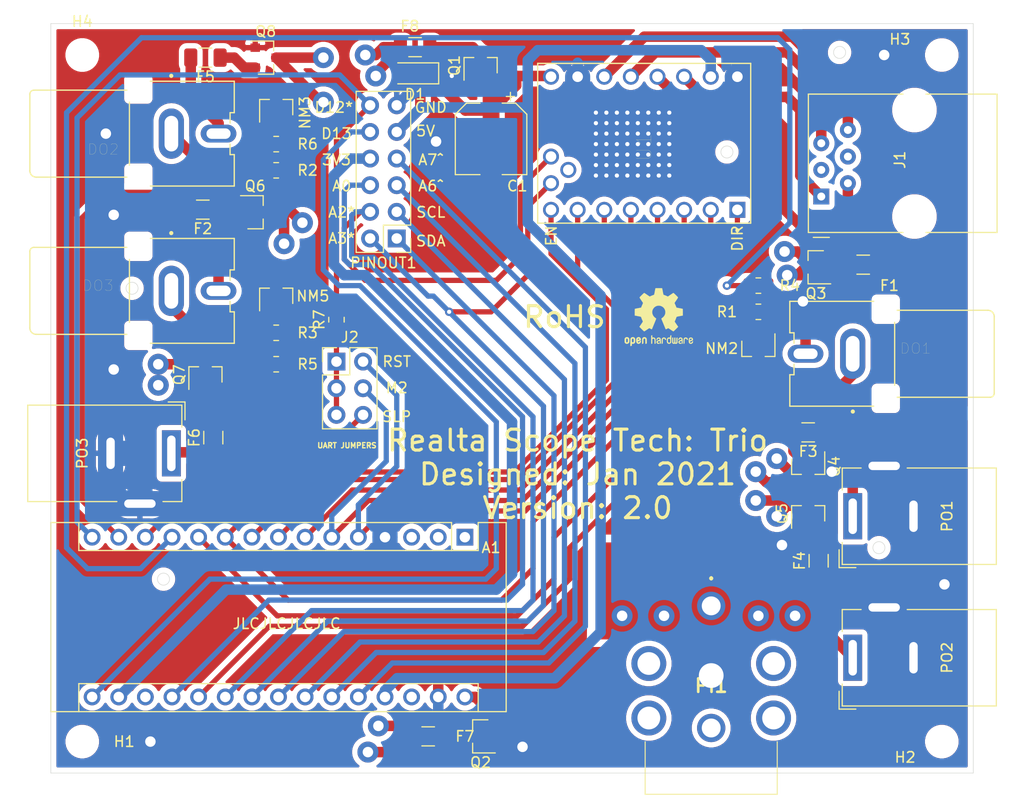
<source format=kicad_pcb>
(kicad_pcb (version 20171130) (host pcbnew "(5.1.8)-1")
  (layers (0 F.Cu signal) (1 In1.Cu power) (2 In2.Cu power) (31 B.Cu signal) (34 B.Paste user) (35 F.Paste user) (36 B.SilkS user) (37 F.SilkS user) (38 B.Mask user) (39 F.Mask user) (44 Edge.Cuts user))
  (net 0 "")
  (net 1 "Net-(A1-Pad30)")
  (net 2 "Net-(A1-Pad14)")
  (net 3 "Net-(A1-Pad13)")
  (net 4 "Net-(A1-Pad12)")
  (net 5 LOGIC1)
  (net 6 LOGIC2)
  (net 7 LOGIC3)
  (net 8 GND)
  (net 9 M2)
  (net 10 STEP)
  (net 11 DIR)
  (net 12 M1)
  (net 13 M0)
  (net 14 EN)
  (net 15 B2)
  (net 16 B1)
  (net 17 A2)
  (net 18 +12V)
  (net 19 "Net-(DO1-Pad2)")
  (net 20 "Net-(DO2-Pad2)")
  (net 21 "Net-(DO3-Pad2)")
  (net 22 "Net-(F3-Pad1)")
  (net 23 "Net-(F4-Pad1)")
  (net 24 "Net-(F6-Pad1)")
  (net 25 "Net-(DO1-Pad1)")
  (net 26 "Net-(DO3-Pad1)")
  (net 27 "Net-(DO2-Pad1)")
  (net 28 SLP)
  (net 29 RST)
  (net 30 +5V)
  (net 31 SCL)
  (net 32 SDA)
  (net 33 D13)
  (net 34 D12)
  (net 35 A6)
  (net 36 A3)
  (net 37 A0)
  (net 38 +3V3)
  (net 39 MA1)
  (net 40 MA2)
  (net 41 "Net-(C1-Pad1)")
  (net 42 "Net-(J2-Pad1)")
  (net 43 "Net-(F7-Pad2)")
  (net 44 "Net-(F8-Pad1)")
  (net 45 "Net-(F1-Pad1)")
  (net 46 "Net-(F2-Pad1)")
  (net 47 "Net-(F3-Pad2)")
  (net 48 "Net-(F4-Pad2)")
  (net 49 "Net-(F5-Pad1)")
  (net 50 "Net-(F6-Pad2)")
  (net 51 A7)
  (module Module:Arduino_Nano (layer F.Cu) (at 141.5 121.5 270)
    (fp_text reference A1 (at 1 -2.5 180) (layer F.SilkS))
    (fp_text value Nano)
    (pad 16 thru_hole oval (at 15.24 35.56 270) (size 1.6 1.6) (drill 1) (layers *.Cu *.Mask) (net 33 D13))
    (pad 15 thru_hole oval (at 0 35.56 270) (size 1.6 1.6) (drill 1) (layers *.Cu *.Mask) (net 34 D12))
    (pad 30 thru_hole oval (at 15.24 0 270) (size 1.6 1.6) (drill 1) (layers *.Cu *.Mask) (net 1 "Net-(A1-Pad30)"))
    (pad 14 thru_hole oval (at 0 33.02 270) (size 1.6 1.6) (drill 1) (layers *.Cu *.Mask) (net 2 "Net-(A1-Pad14)"))
    (pad 29 thru_hole oval (at 15.24 2.54 270) (size 1.6 1.6) (drill 1) (layers *.Cu *.Mask) (net 8 GND))
    (pad 13 thru_hole oval (at 0 30.48 270) (size 1.6 1.6) (drill 1) (layers *.Cu *.Mask) (net 3 "Net-(A1-Pad13)"))
    (pad 28 thru_hole oval (at 15.24 5.08 270) (size 1.6 1.6) (drill 1) (layers *.Cu *.Mask))
    (pad 12 thru_hole oval (at 0 27.94 270) (size 1.6 1.6) (drill 1) (layers *.Cu *.Mask) (net 4 "Net-(A1-Pad12)"))
    (pad 27 thru_hole oval (at 15.24 7.62 270) (size 1.6 1.6) (drill 1) (layers *.Cu *.Mask) (net 30 +5V))
    (pad 11 thru_hole oval (at 0 25.4 270) (size 1.6 1.6) (drill 1) (layers *.Cu *.Mask) (net 10 STEP))
    (pad 26 thru_hole oval (at 15.24 10.16 270) (size 1.6 1.6) (drill 1) (layers *.Cu *.Mask) (net 51 A7))
    (pad 10 thru_hole oval (at 0 22.86 270) (size 1.6 1.6) (drill 1) (layers *.Cu *.Mask) (net 28 SLP))
    (pad 25 thru_hole oval (at 15.24 12.7 270) (size 1.6 1.6) (drill 1) (layers *.Cu *.Mask) (net 35 A6))
    (pad 9 thru_hole oval (at 0 20.32 270) (size 1.6 1.6) (drill 1) (layers *.Cu *.Mask) (net 14 EN))
    (pad 24 thru_hole oval (at 15.24 15.24 270) (size 1.6 1.6) (drill 1) (layers *.Cu *.Mask) (net 31 SCL))
    (pad 8 thru_hole oval (at 0 17.78 270) (size 1.6 1.6) (drill 1) (layers *.Cu *.Mask) (net 13 M0))
    (pad 23 thru_hole oval (at 15.24 17.78 270) (size 1.6 1.6) (drill 1) (layers *.Cu *.Mask) (net 32 SDA))
    (pad 7 thru_hole oval (at 0 15.24 270) (size 1.6 1.6) (drill 1) (layers *.Cu *.Mask) (net 12 M1))
    (pad 22 thru_hole oval (at 15.24 20.32 270) (size 1.6 1.6) (drill 1) (layers *.Cu *.Mask) (net 36 A3))
    (pad 6 thru_hole oval (at 0 12.7 270) (size 1.6 1.6) (drill 1) (layers *.Cu *.Mask) (net 9 M2))
    (pad 21 thru_hole oval (at 15.24 22.86 270) (size 1.6 1.6) (drill 1) (layers *.Cu *.Mask) (net 17 A2))
    (pad 5 thru_hole oval (at 0 10.16 270) (size 1.6 1.6) (drill 1) (layers *.Cu *.Mask) (net 29 RST))
    (pad 20 thru_hole oval (at 15.24 25.4 270) (size 1.6 1.6) (drill 1) (layers *.Cu *.Mask) (net 11 DIR))
    (pad 4 thru_hole oval (at 0 7.62 270) (size 1.6 1.6) (drill 1) (layers *.Cu *.Mask) (net 8 GND))
    (pad 19 thru_hole oval (at 15.24 27.94 270) (size 1.6 1.6) (drill 1) (layers *.Cu *.Mask) (net 37 A0))
    (pad 3 thru_hole oval (at 0 5.08 270) (size 1.6 1.6) (drill 1) (layers *.Cu *.Mask))
    (pad 18 thru_hole oval (at 15.24 30.48 270) (size 1.6 1.6) (drill 1) (layers *.Cu *.Mask))
    (pad 2 thru_hole oval (at 0 2.54 270) (size 1.6 1.6) (drill 1) (layers *.Cu *.Mask))
    (pad 17 thru_hole oval (at 15.24 33.02 270) (size 1.6 1.6) (drill 1) (layers *.Cu *.Mask) (net 38 +3V3))
    (pad 1 thru_hole rect (at 0 0 270) (size 1.6 1.6) (drill 1) (layers *.Cu *.Mask))
  )
  (module Package_TO_SOT_SMD:SOT-23 (layer F.Cu) (at 122.5 75.75)
    (fp_text reference Q8 (at 0 -2.5) (layer F.SilkS))
    (fp_text value AO3401A)
    (pad 3 smd rect (at 1 0) (size 0.9 0.8) (layers F.Cu F.Paste F.Mask) (net 18 +12V))
    (pad 2 smd rect (at -1 0.95) (size 0.9 0.8) (layers F.Cu F.Paste F.Mask) (net 49 "Net-(F5-Pad1)"))
    (pad 1 smd rect (at -1 -0.95) (size 0.9 0.8) (layers F.Cu F.Paste F.Mask) (net 8 GND))
  )
  (module Package_TO_SOT_SMD:SOT-23 (layer F.Cu) (at 116.75 106 90)
    (fp_text reference Q7 (at 0 -2.5 90) (layer F.SilkS))
    (fp_text value AO3401A)
    (pad 3 smd rect (at 1 0 90) (size 0.9 0.8) (layers F.Cu F.Paste F.Mask) (net 18 +12V))
    (pad 2 smd rect (at -1 0.95 90) (size 0.9 0.8) (layers F.Cu F.Paste F.Mask) (net 50 "Net-(F6-Pad2)"))
    (pad 1 smd rect (at -1 -0.95 90) (size 0.9 0.8) (layers F.Cu F.Paste F.Mask) (net 8 GND))
  )
  (module Package_TO_SOT_SMD:SOT-23 (layer F.Cu) (at 121.5 90.5)
    (fp_text reference Q6 (at 0 -2.5) (layer F.SilkS))
    (fp_text value AO3401A)
    (pad 3 smd rect (at 1 0) (size 0.9 0.8) (layers F.Cu F.Paste F.Mask) (net 18 +12V))
    (pad 2 smd rect (at -1 0.95) (size 0.9 0.8) (layers F.Cu F.Paste F.Mask) (net 46 "Net-(F2-Pad1)"))
    (pad 1 smd rect (at -1 -0.95) (size 0.9 0.8) (layers F.Cu F.Paste F.Mask) (net 8 GND))
  )
  (module Package_TO_SOT_SMD:SOT-23 (layer F.Cu) (at 174.25 119.25 90)
    (fp_text reference Q5 (at 0 -2.5 90) (layer F.SilkS))
    (fp_text value AO3401A)
    (pad 3 smd rect (at 1 0 90) (size 0.9 0.8) (layers F.Cu F.Paste F.Mask) (net 18 +12V))
    (pad 2 smd rect (at -1 0.95 90) (size 0.9 0.8) (layers F.Cu F.Paste F.Mask) (net 48 "Net-(F4-Pad2)"))
    (pad 1 smd rect (at -1 -0.95 90) (size 0.9 0.8) (layers F.Cu F.Paste F.Mask) (net 8 GND))
  )
  (module Package_TO_SOT_SMD:SOT-23 (layer F.Cu) (at 174.25 114.75 270)
    (fp_text reference Q4 (at 0 -2.5 90) (layer F.SilkS))
    (fp_text value AO3401A)
    (pad 3 smd rect (at 1 0 270) (size 0.9 0.8) (layers F.Cu F.Paste F.Mask) (net 18 +12V))
    (pad 2 smd rect (at -1 0.95 270) (size 0.9 0.8) (layers F.Cu F.Paste F.Mask) (net 47 "Net-(F3-Pad2)"))
    (pad 1 smd rect (at -1 -0.95 270) (size 0.9 0.8) (layers F.Cu F.Paste F.Mask) (net 8 GND))
  )
  (module Package_TO_SOT_SMD:SOT-23 (layer F.Cu) (at 175 95.75 180)
    (fp_text reference Q3 (at 0 -2.5) (layer F.SilkS))
    (fp_text value AO3401A)
    (pad 3 smd rect (at 1 0 180) (size 0.9 0.8) (layers F.Cu F.Paste F.Mask) (net 18 +12V))
    (pad 2 smd rect (at -1 0.95 180) (size 0.9 0.8) (layers F.Cu F.Paste F.Mask) (net 45 "Net-(F1-Pad1)"))
    (pad 1 smd rect (at -1 -0.95 180) (size 0.9 0.8) (layers F.Cu F.Paste F.Mask) (net 8 GND))
  )
  (module Fuse:Fuse_1206_3216Metric (layer F.Cu) (at 116.75 75.75 180)
    (fp_text reference F5 (at 0 -1.82) (layer F.SilkS))
    (fp_text value 3A)
    (pad 2 smd roundrect (at 1.4 0 180) (size 1.25 1.75) (layers F.Cu F.Paste F.Mask) (roundrect_rratio 0.2) (net 20 "Net-(DO2-Pad2)"))
    (pad 1 smd roundrect (at -1.4 0 180) (size 1.25 1.75) (layers F.Cu F.Paste F.Mask) (roundrect_rratio 0.2) (net 49 "Net-(F5-Pad1)"))
  )
  (module Fuse:Fuse_1206_3216Metric (layer F.Cu) (at 116.5 90.25 180)
    (fp_text reference F2 (at 0 -1.82) (layer F.SilkS))
    (fp_text value 3A)
    (pad 2 smd roundrect (at 1.4 0 180) (size 1.25 1.75) (layers F.Cu F.Paste F.Mask) (roundrect_rratio 0.2) (net 21 "Net-(DO3-Pad2)"))
    (pad 1 smd roundrect (at -1.4 0 180) (size 1.25 1.75) (layers F.Cu F.Paste F.Mask) (roundrect_rratio 0.2) (net 46 "Net-(F2-Pad1)"))
  )
  (module Diode_SMD:D_SOD-123 (layer F.Cu) (at 136.75 77.25 180)
    (fp_text reference D1 (at 0 -2) (layer F.SilkS))
    (fp_text value DSMALL)
    (pad 2 smd rect (at 1.65 0 180) (size 0.9 1.2) (layers F.Cu F.Paste F.Mask) (net 30 +5V))
    (pad 1 smd rect (at -1.65 0 180) (size 0.9 1.2) (layers F.Cu F.Paste F.Mask) (net 41 "Net-(C1-Pad1)"))
  )
  (module Package_TO_SOT_SMD:SOT-23 (layer F.Cu) (at 143 140.5 180)
    (fp_text reference Q2 (at 0 -2.5) (layer F.SilkS))
    (fp_text value AO3401A)
    (pad 3 smd rect (at 1 0 180) (size 0.9 0.8) (layers F.Cu F.Paste F.Mask) (net 43 "Net-(F7-Pad2)"))
    (pad 2 smd rect (at -1 0.95 180) (size 0.9 0.8) (layers F.Cu F.Paste F.Mask) (net 1 "Net-(A1-Pad30)"))
    (pad 1 smd rect (at -1 -0.95 180) (size 0.9 0.8) (layers F.Cu F.Paste F.Mask) (net 8 GND))
  )
  (module Package_TO_SOT_SMD:SOT-23 (layer F.Cu) (at 143 76.5 90)
    (fp_text reference Q1 (at 0 -2.5 90) (layer F.SilkS))
    (fp_text value AO3401A)
    (pad 3 smd rect (at 1 0 90) (size 0.9 0.8) (layers F.Cu F.Paste F.Mask) (net 44 "Net-(F8-Pad1)"))
    (pad 2 smd rect (at -1 0.95 90) (size 0.9 0.8) (layers F.Cu F.Paste F.Mask) (net 41 "Net-(C1-Pad1)"))
    (pad 1 smd rect (at -1 -0.95 90) (size 0.9 0.8) (layers F.Cu F.Paste F.Mask) (net 8 GND))
  )
  (module Resistor_SMD:R_0805_2012Metric (layer F.Cu) (at 129.25 100.75 90)
    (fp_text reference R7 (at 0 -1.65 90) (layer F.SilkS))
    (fp_text value 1K)
    (pad 2 smd roundrect (at 0.9125 0 90) (size 1.025 1.4) (layers F.Cu F.Paste F.Mask) (roundrect_rratio 0.243902) (net 34 D12))
    (pad 1 smd roundrect (at -0.9125 0 90) (size 1.025 1.4) (layers F.Cu F.Paste F.Mask) (roundrect_rratio 0.243902) (net 42 "Net-(J2-Pad1)"))
  )
  (module Connector_PinHeader_2.54mm:PinHeader_2x03_P2.54mm_Vertical (layer F.Cu) (at 129.25 104.75)
    (fp_text reference J2 (at 1.27 -2.33) (layer F.SilkS))
    (fp_text value USELECT)
    (pad 6 thru_hole oval (at 2.54 5.08) (size 1.7 1.7) (drill 1) (layers *.Cu *.Mask) (net 28 SLP))
    (pad 5 thru_hole oval (at 0 5.08) (size 1.7 1.7) (drill 1) (layers *.Cu *.Mask) (net 42 "Net-(J2-Pad1)"))
    (pad 4 thru_hole oval (at 2.54 2.54) (size 1.7 1.7) (drill 1) (layers *.Cu *.Mask) (net 9 M2))
    (pad 3 thru_hole oval (at 0 2.54) (size 1.7 1.7) (drill 1) (layers *.Cu *.Mask) (net 42 "Net-(J2-Pad1)"))
    (pad 2 thru_hole oval (at 2.54 0) (size 1.7 1.7) (drill 1) (layers *.Cu *.Mask) (net 29 RST))
    (pad 1 thru_hole rect (at 0 0) (size 1.7 1.7) (drill 1) (layers *.Cu *.Mask) (net 42 "Net-(J2-Pad1)"))
  )
  (module Trio:MODULE_TMC2208_SILENTSTEPSTICK (layer F.Cu) (at 159.75 89 90)
    (fp_text reference U1 (at 4.699 -1.143 -90) (layer F.SilkS) (effects (font (size 1.4 1.4) (thickness 0.015))))
    (fp_text value TMC2208_SILENTSTEPSTICK)
    (pad JP3_1 thru_hole circle (at 2.54 -8.382 270) (size 1.524 1.524) (drill 1.016) (layers *.Cu *.Mask))
    (pad JP4_1 thru_hole circle (at 3.81 -10.033 270) (size 1.524 1.524) (drill 1.016) (layers *.Cu *.Mask) (net 17 A2))
    (pad JP5_1 thru_hole circle (at 1.27 -10.033 270) (size 1.524 1.524) (drill 1.016) (layers *.Cu *.Mask) (net 36 A3))
    (pad JP1_1 thru_hole rect (at -1.27 7.747 270) (size 1.524 1.524) (drill 1.016) (layers *.Cu *.Mask) (net 11 DIR))
    (pad JP1_2 thru_hole circle (at -1.27 5.207 270) (size 1.524 1.524) (drill 1.016) (layers *.Cu *.Mask) (net 10 STEP))
    (pad JP1_3 thru_hole circle (at -1.27 2.667 270) (size 1.524 1.524) (drill 1.016) (layers *.Cu *.Mask) (net 28 SLP))
    (pad JP1_4 thru_hole circle (at -1.27 0.127 270) (size 1.524 1.524) (drill 1.016) (layers *.Cu *.Mask) (net 29 RST))
    (pad JP1_5 thru_hole circle (at -1.27 -2.413 270) (size 1.524 1.524) (drill 1.016) (layers *.Cu *.Mask) (net 9 M2))
    (pad JP1_6 thru_hole circle (at -1.27 -4.953 270) (size 1.524 1.524) (drill 1.016) (layers *.Cu *.Mask) (net 12 M1))
    (pad JP1_7 thru_hole circle (at -1.27 -7.493 270) (size 1.524 1.524) (drill 1.016) (layers *.Cu *.Mask) (net 13 M0))
    (pad JP1_8 thru_hole circle (at -1.27 -10.033 270) (size 1.524 1.524) (drill 1.016) (layers *.Cu *.Mask) (net 14 EN))
    (pad JP2_1 thru_hole circle (at 11.43 -10.033 270) (size 1.524 1.524) (drill 1.016) (layers *.Cu *.Mask) (net 41 "Net-(C1-Pad1)"))
    (pad JP2_2 thru_hole circle (at 11.43 -7.493 270) (size 1.524 1.524) (drill 1.016) (layers *.Cu *.Mask) (net 8 GND))
    (pad JP2_3 thru_hole circle (at 11.43 -4.953 270) (size 1.524 1.524) (drill 1.016) (layers *.Cu *.Mask) (net 40 MA2))
    (pad JP2_4 thru_hole circle (at 11.43 -2.413 270) (size 1.524 1.524) (drill 1.016) (layers *.Cu *.Mask) (net 39 MA1))
    (pad JP2_5 thru_hole circle (at 11.43 0.127 270) (size 1.524 1.524) (drill 1.016) (layers *.Cu *.Mask) (net 16 B1))
    (pad JP2_6 thru_hole circle (at 11.43 2.667 270) (size 1.524 1.524) (drill 1.016) (layers *.Cu *.Mask) (net 15 B2))
    (pad JP2_7 thru_hole circle (at 11.43 5.207 270) (size 1.524 1.524) (drill 1.016) (layers *.Cu *.Mask) (net 30 +5V))
    (pad JP2_8 thru_hole circle (at 11.43 7.747 270) (size 1.524 1.524) (drill 1.016) (layers *.Cu *.Mask) (net 8 GND))
  )
  (module Connector_PinHeader_2.54mm:PinHeader_2x06_P2.54mm_Vertical (layer F.Cu) (at 135 93 180)
    (fp_text reference PINOUT1 (at 1.27 -2.33) (layer F.SilkS))
    (fp_text value 02X06)
    (pad 12 thru_hole oval (at 2.54 12.7 180) (size 1.7 1.7) (drill 1) (layers *.Cu *.Mask) (net 34 D12))
    (pad 11 thru_hole oval (at 0 12.7 180) (size 1.7 1.7) (drill 1) (layers *.Cu *.Mask) (net 8 GND))
    (pad 10 thru_hole oval (at 2.54 10.16 180) (size 1.7 1.7) (drill 1) (layers *.Cu *.Mask) (net 33 D13))
    (pad 9 thru_hole oval (at 0 10.16 180) (size 1.7 1.7) (drill 1) (layers *.Cu *.Mask) (net 30 +5V))
    (pad 8 thru_hole oval (at 2.54 7.62 180) (size 1.7 1.7) (drill 1) (layers *.Cu *.Mask) (net 38 +3V3))
    (pad 7 thru_hole oval (at 0 7.62 180) (size 1.7 1.7) (drill 1) (layers *.Cu *.Mask) (net 51 A7))
    (pad 6 thru_hole oval (at 2.54 5.08 180) (size 1.7 1.7) (drill 1) (layers *.Cu *.Mask) (net 37 A0))
    (pad 5 thru_hole oval (at 0 5.08 180) (size 1.7 1.7) (drill 1) (layers *.Cu *.Mask) (net 35 A6))
    (pad 4 thru_hole oval (at 2.54 2.54 180) (size 1.7 1.7) (drill 1) (layers *.Cu *.Mask) (net 17 A2))
    (pad 3 thru_hole oval (at 0 2.54 180) (size 1.7 1.7) (drill 1) (layers *.Cu *.Mask) (net 31 SCL))
    (pad 2 thru_hole oval (at 2.54 0 180) (size 1.7 1.7) (drill 1) (layers *.Cu *.Mask) (net 36 A3))
    (pad 1 thru_hole rect (at 0 0 180) (size 1.7 1.7) (drill 1) (layers *.Cu *.Mask) (net 32 SDA))
  )
  (module Symbol:OSHW-Logo2_7.3x6mm_SilkScreen (layer F.Cu) (at 160 100.5)
    (fp_text reference REF** hide)
    (fp_text value OSHW-Logo2_7.3x6mm_SilkScreen hide)
  )
  (module Capacitor_SMD:CP_Elec_6.3x7.7 (layer F.Cu) (at 144 83.5 270)
    (fp_text reference C1 (at 4.5 -2.5 180) (layer F.SilkS))
    (fp_text value C311622)
    (pad 2 smd roundrect (at 2.7 0 270) (size 3.5 1.6) (layers F.Cu F.Paste F.Mask) (roundrect_rratio 0.15625) (net 8 GND))
    (pad 1 smd roundrect (at -2.7 0 270) (size 3.5 1.6) (layers F.Cu F.Paste F.Mask) (roundrect_rratio 0.15625) (net 41 "Net-(C1-Pad1)"))
  )
  (module Resistor_SMD:R_0805_2012Metric (layer F.Cu) (at 123.5 86.5)
    (fp_text reference R6 (at 3 -2.5) (layer F.SilkS))
    (fp_text value 330)
    (pad 2 smd roundrect (at 0.9125 0) (size 1.025 1.4) (layers F.Cu F.Paste F.Mask) (roundrect_rratio 0.243902) (net 2 "Net-(A1-Pad14)"))
    (pad 1 smd roundrect (at -0.9125 0) (size 1.025 1.4) (layers F.Cu F.Paste F.Mask) (roundrect_rratio 0.243902) (net 7 LOGIC3))
  )
  (module Resistor_SMD:R_0805_2012Metric (layer F.Cu) (at 123.5 105)
    (fp_text reference R5 (at 3 0) (layer F.SilkS))
    (fp_text value 330)
    (pad 2 smd roundrect (at 0.9125 0) (size 1.025 1.4) (layers F.Cu F.Paste F.Mask) (roundrect_rratio 0.243902) (net 3 "Net-(A1-Pad13)"))
    (pad 1 smd roundrect (at -0.9125 0) (size 1.025 1.4) (layers F.Cu F.Paste F.Mask) (roundrect_rratio 0.243902) (net 6 LOGIC2))
  )
  (module Resistor_SMD:R_0805_2012Metric (layer F.Cu) (at 169.5 97.5 180)
    (fp_text reference R4 (at -3 0) (layer F.SilkS))
    (fp_text value 330)
    (pad 2 smd roundrect (at 0.9125 0 180) (size 1.025 1.4) (layers F.Cu F.Paste F.Mask) (roundrect_rratio 0.243902) (net 4 "Net-(A1-Pad12)"))
    (pad 1 smd roundrect (at -0.9125 0 180) (size 1.025 1.4) (layers F.Cu F.Paste F.Mask) (roundrect_rratio 0.243902) (net 5 LOGIC1))
  )
  (module Resistor_SMD:R_0805_2012Metric (layer F.Cu) (at 123.5 102 180)
    (fp_text reference R3 (at -3 0) (layer F.SilkS))
    (fp_text value 10K)
    (pad 2 smd roundrect (at 0.9125 0 180) (size 1.025 1.4) (layers F.Cu F.Paste F.Mask) (roundrect_rratio 0.243902) (net 6 LOGIC2))
    (pad 1 smd roundrect (at -0.9125 0 180) (size 1.025 1.4) (layers F.Cu F.Paste F.Mask) (roundrect_rratio 0.243902) (net 8 GND))
  )
  (module Resistor_SMD:R_0805_2012Metric (layer F.Cu) (at 123.5 84 180)
    (fp_text reference R2 (at -3 -2.5) (layer F.SilkS))
    (fp_text value 10K)
    (pad 2 smd roundrect (at 0.9125 0 180) (size 1.025 1.4) (layers F.Cu F.Paste F.Mask) (roundrect_rratio 0.243902) (net 7 LOGIC3))
    (pad 1 smd roundrect (at -0.9125 0 180) (size 1.025 1.4) (layers F.Cu F.Paste F.Mask) (roundrect_rratio 0.243902) (net 8 GND))
  )
  (module Resistor_SMD:R_0805_2012Metric (layer F.Cu) (at 169.5 100)
    (fp_text reference R1 (at -3 0) (layer F.SilkS))
    (fp_text value 10K)
    (pad 2 smd roundrect (at 0.9125 0) (size 1.025 1.4) (layers F.Cu F.Paste F.Mask) (roundrect_rratio 0.243902) (net 5 LOGIC1))
    (pad 1 smd roundrect (at -0.9125 0) (size 1.025 1.4) (layers F.Cu F.Paste F.Mask) (roundrect_rratio 0.243902) (net 8 GND))
  )
  (module Connector_BarrelJack:BarrelJack_Wuerth_6941xx301002 (layer F.Cu) (at 113.5 113.5 270)
    (fp_text reference PO3 (at 0 8.5 90) (layer F.SilkS))
    (fp_text value BJ)
    (pad 1 thru_hole rect (at 0 0 270) (size 4.4 1.8) (drill oval 3.4 0.8) (layers *.Cu *.Mask) (net 24 "Net-(F6-Pad1)"))
    (pad 2 thru_hole oval (at 0 5.8 270) (size 4 1.8) (drill oval 3 0.8) (layers *.Cu *.Mask) (net 8 GND))
    (pad 3 thru_hole oval (at 4.8 3) (size 4 1.8) (drill oval 3 0.8) (layers *.Cu *.Mask) (net 8 GND))
  )
  (module Connector_BarrelJack:BarrelJack_Wuerth_6941xx301002 (layer F.Cu) (at 178.5 133 90)
    (fp_text reference PO2 (at 0 9 90) (layer F.SilkS))
    (fp_text value BJ)
    (pad 1 thru_hole rect (at 0 0 90) (size 4.4 1.8) (drill oval 3.4 0.8) (layers *.Cu *.Mask) (net 23 "Net-(F4-Pad1)"))
    (pad 2 thru_hole oval (at 0 5.8 90) (size 4 1.8) (drill oval 3 0.8) (layers *.Cu *.Mask) (net 8 GND))
    (pad 3 thru_hole oval (at 4.8 3 180) (size 4 1.8) (drill oval 3 0.8) (layers *.Cu *.Mask) (net 8 GND))
  )
  (module Connector_BarrelJack:BarrelJack_Wuerth_6941xx301002 (layer F.Cu) (at 178.5 119.5 90)
    (fp_text reference PO1 (at 0 9 90) (layer F.SilkS))
    (fp_text value BJ)
    (pad 1 thru_hole rect (at 0 0 90) (size 4.4 1.8) (drill oval 3.4 0.8) (layers *.Cu *.Mask) (net 22 "Net-(F3-Pad1)"))
    (pad 2 thru_hole oval (at 0 5.8 90) (size 4 1.8) (drill oval 3 0.8) (layers *.Cu *.Mask) (net 8 GND))
    (pad 3 thru_hole oval (at 4.8 3 180) (size 4 1.8) (drill oval 3 0.8) (layers *.Cu *.Mask) (net 8 GND))
  )
  (module Trio:FC681495 (layer F.Cu) (at 165 146 180)
    (fp_text reference PI1 (at 0 10.325) (layer F.SilkS) (effects (font (size 1.27 1.27) (thickness 0.254))))
    (fp_text value BJ hide)
    (pad 1 thru_hole circle (at 0 17.95 180) (size 2.7 2.7) (drill 1.8) (layers *.Cu *.Mask) (net 18 +12V))
    (pad 2 thru_hole circle (at 0 11.3 180) (size 3.615 3.615) (drill 2.36) (layers *.Cu *.Mask) (net 8 GND))
    (pad MH1 thru_hole circle (at -5.95 12.45 180) (size 3.33 3.33) (drill 2.17) (layers *.Cu *.Mask))
    (pad MH2 thru_hole circle (at -5.95 7.25 180) (size 3.33 3.33) (drill 2.17) (layers *.Cu *.Mask))
    (pad MH3 thru_hole circle (at 0 6.3 180) (size 2.7 2.7) (drill 1.8) (layers *.Cu *.Mask))
    (pad MH4 thru_hole circle (at 5.95 7.25 180) (size 3.33 3.33) (drill 2.17) (layers *.Cu *.Mask))
    (pad MH5 thru_hole circle (at 5.95 12.45 180) (size 3.33 3.33) (drill 2.17) (layers *.Cu *.Mask))
  )
  (module Package_TO_SOT_SMD:SOT-23 (layer F.Cu) (at 123.5 98.5 90)
    (fp_text reference NM5 (at 0 3.5 180) (layer F.SilkS))
    (fp_text value AO3400A)
    (pad 3 smd rect (at 1 0 90) (size 0.9 0.8) (layers F.Cu F.Paste F.Mask) (net 26 "Net-(DO3-Pad1)"))
    (pad 2 smd rect (at -1 0.95 90) (size 0.9 0.8) (layers F.Cu F.Paste F.Mask) (net 8 GND))
    (pad 1 smd rect (at -1 -0.95 90) (size 0.9 0.8) (layers F.Cu F.Paste F.Mask) (net 6 LOGIC2))
  )
  (module Package_TO_SOT_SMD:SOT-23 (layer F.Cu) (at 123.5 80.5 90)
    (fp_text reference NM3 (at -0.5 2.75 270) (layer F.SilkS))
    (fp_text value AO3400A)
    (pad 3 smd rect (at 1 0 90) (size 0.9 0.8) (layers F.Cu F.Paste F.Mask) (net 27 "Net-(DO2-Pad1)"))
    (pad 2 smd rect (at -1 0.95 90) (size 0.9 0.8) (layers F.Cu F.Paste F.Mask) (net 8 GND))
    (pad 1 smd rect (at -1 -0.95 90) (size 0.9 0.8) (layers F.Cu F.Paste F.Mask) (net 7 LOGIC3))
  )
  (module Package_TO_SOT_SMD:SOT-23 (layer F.Cu) (at 169.5 103.5 270)
    (fp_text reference NM2 (at 0 3.5 180) (layer F.SilkS))
    (fp_text value AO3400A)
    (pad 3 smd rect (at 1 0 270) (size 0.9 0.8) (layers F.Cu F.Paste F.Mask) (net 25 "Net-(DO1-Pad1)"))
    (pad 2 smd rect (at -1 0.95 270) (size 0.9 0.8) (layers F.Cu F.Paste F.Mask) (net 8 GND))
    (pad 1 smd rect (at -1 -0.95 270) (size 0.9 0.8) (layers F.Cu F.Paste F.Mask) (net 5 LOGIC1))
  )
  (module Connector_RJ:RJ12_Amphenol_54601 (layer F.Cu) (at 175.5 89 90)
    (fp_text reference J1 (at 3.5 7.5 90) (layer F.SilkS))
    (fp_text value RJ12)
    (pad 1 thru_hole rect (at 0 0 90) (size 1.52 1.52) (drill 0.76) (layers *.Cu *.Mask) (net 15 B2))
    (pad "" np_thru_hole circle (at -1.91 8.89 90) (size 3.25 3.25) (drill 3.25) (layers *.Cu *.Mask))
    (pad 2 thru_hole circle (at 1.27 2.54 90) (size 1.52 1.52) (drill 0.76) (layers *.Cu *.Mask) (net 16 B1))
    (pad 3 thru_hole circle (at 2.54 0 90) (size 1.52 1.52) (drill 0.76) (layers *.Cu *.Mask))
    (pad 4 thru_hole circle (at 3.81 2.54 90) (size 1.52 1.52) (drill 0.76) (layers *.Cu *.Mask))
    (pad 5 thru_hole circle (at 5.08 0 90) (size 1.52 1.52) (drill 0.76) (layers *.Cu *.Mask) (net 39 MA1))
    (pad 6 thru_hole circle (at 6.35 2.54 90) (size 1.52 1.52) (drill 0.76) (layers *.Cu *.Mask) (net 40 MA2))
    (pad "" np_thru_hole circle (at 8.25 8.89 90) (size 3.25 3.25) (drill 3.25) (layers *.Cu *.Mask))
  )
  (module MountingHole:MountingHole_2.2mm_M2 (layer F.Cu) (at 105 75.5)
    (fp_text reference H4 (at 0 -3.2) (layer F.SilkS))
    (fp_text value MountingHole)
    (pad 1 np_thru_hole circle (at 0 0) (size 2.2 2.2) (drill 2.2) (layers *.Cu *.Mask))
  )
  (module MountingHole:MountingHole_2.2mm_M2 (layer F.Cu) (at 187 75.5)
    (fp_text reference H3 (at -4 -1.5) (layer F.SilkS))
    (fp_text value MountingHole)
    (pad 1 np_thru_hole circle (at 0 0) (size 2.2 2.2) (drill 2.2) (layers *.Cu *.Mask))
  )
  (module MountingHole:MountingHole_2.2mm_M2 (layer F.Cu) (at 187 141)
    (fp_text reference H2 (at -3.5 1.5) (layer F.SilkS))
    (fp_text value MountingHole)
    (pad 1 np_thru_hole circle (at 0 0) (size 2.2 2.2) (drill 2.2) (layers *.Cu *.Mask))
  )
  (module MountingHole:MountingHole_2.2mm_M2 (layer F.Cu) (at 105 141)
    (fp_text reference H1 (at 4 0) (layer F.SilkS))
    (fp_text value MountingHole)
    (pad 1 np_thru_hole circle (at 0 0) (size 2.2 2.2) (drill 2.2) (layers *.Cu *.Mask))
  )
  (module Fuse:Fuse_1206_3216Metric (layer F.Cu) (at 136.75 74.75 180)
    (fp_text reference F8 (at 0.5 2) (layer F.SilkS))
    (fp_text value 3A)
    (pad 2 smd roundrect (at 1.4 0 180) (size 1.25 1.75) (layers F.Cu F.Paste F.Mask) (roundrect_rratio 0.2) (net 18 +12V))
    (pad 1 smd roundrect (at -1.4 0 180) (size 1.25 1.75) (layers F.Cu F.Paste F.Mask) (roundrect_rratio 0.2) (net 44 "Net-(F8-Pad1)"))
  )
  (module Fuse:Fuse_1206_3216Metric (layer F.Cu) (at 138 140.5)
    (fp_text reference F7 (at 3.5 0) (layer F.SilkS))
    (fp_text value 3A)
    (pad 2 smd roundrect (at 1.4 0) (size 1.25 1.75) (layers F.Cu F.Paste F.Mask) (roundrect_rratio 0.2) (net 43 "Net-(F7-Pad2)"))
    (pad 1 smd roundrect (at -1.4 0) (size 1.25 1.75) (layers F.Cu F.Paste F.Mask) (roundrect_rratio 0.2) (net 18 +12V))
  )
  (module Fuse:Fuse_1206_3216Metric (layer F.Cu) (at 117.5 112 90)
    (fp_text reference F6 (at 0 -1.82 90) (layer F.SilkS))
    (fp_text value 3A)
    (pad 2 smd roundrect (at 1.4 0 90) (size 1.25 1.75) (layers F.Cu F.Paste F.Mask) (roundrect_rratio 0.2) (net 50 "Net-(F6-Pad2)"))
    (pad 1 smd roundrect (at -1.4 0 90) (size 1.25 1.75) (layers F.Cu F.Paste F.Mask) (roundrect_rratio 0.2) (net 24 "Net-(F6-Pad1)"))
  )
  (module Fuse:Fuse_1206_3216Metric (layer F.Cu) (at 175.25 123.75 90)
    (fp_text reference F4 (at 0 -1.82 90) (layer F.SilkS))
    (fp_text value 3A)
    (pad 2 smd roundrect (at 1.4 0 90) (size 1.25 1.75) (layers F.Cu F.Paste F.Mask) (roundrect_rratio 0.2) (net 48 "Net-(F4-Pad2)"))
    (pad 1 smd roundrect (at -1.4 0 90) (size 1.25 1.75) (layers F.Cu F.Paste F.Mask) (roundrect_rratio 0.2) (net 23 "Net-(F4-Pad1)"))
  )
  (module Fuse:Fuse_1206_3216Metric (layer F.Cu) (at 174.25 111.5 180)
    (fp_text reference F3 (at 0 -1.82) (layer F.SilkS))
    (fp_text value 3A)
    (pad 2 smd roundrect (at 1.4 0 180) (size 1.25 1.75) (layers F.Cu F.Paste F.Mask) (roundrect_rratio 0.2) (net 47 "Net-(F3-Pad2)"))
    (pad 1 smd roundrect (at -1.4 0 180) (size 1.25 1.75) (layers F.Cu F.Paste F.Mask) (roundrect_rratio 0.2) (net 22 "Net-(F3-Pad1)"))
  )
  (module Fuse:Fuse_1206_3216Metric (layer F.Cu) (at 179.5 95.5)
    (fp_text reference F1 (at 2.5 2) (layer F.SilkS))
    (fp_text value 3A)
    (pad 2 smd roundrect (at 1.4 0) (size 1.25 1.75) (layers F.Cu F.Paste F.Mask) (roundrect_rratio 0.2) (net 19 "Net-(DO1-Pad2)"))
    (pad 1 smd roundrect (at -1.4 0) (size 1.25 1.75) (layers F.Cu F.Paste F.Mask) (roundrect_rratio 0.2) (net 45 "Net-(F1-Pad1)"))
  )
  (module Trio:CUI_RCJ-047 (layer F.Cu) (at 109.5 98 180)
    (fp_text reference DO3 (at 3 0.5) (layer F.SilkS) (effects (font (size 1.008031 1.008031) (thickness 0.015))))
    (fp_text value RCJ-047)
    (fp_line (start -1.7 -5.15) (end -1.7 -3.35) (layer Edge.Cuts) (width 0.0001))
    (fp_line (start -1.7 -3.35) (end 0 -3.35) (layer Edge.Cuts) (width 0.0001))
    (fp_line (start 0 -3.35) (end 0 -5.15) (layer Edge.Cuts) (width 0.0001))
    (fp_line (start 0 -5.15) (end -1.7 -5.15) (layer Edge.Cuts) (width 0.0001))
    (fp_line (start -1.7 3.35) (end -1.7 5.15) (layer Edge.Cuts) (width 0.0001))
    (fp_line (start -1.7 5.15) (end 0 5.15) (layer Edge.Cuts) (width 0.0001))
    (fp_line (start 0 5.15) (end 0 3.35) (layer Edge.Cuts) (width 0.0001))
    (fp_line (start 0 3.35) (end -1.7 3.35) (layer Edge.Cuts) (width 0.0001))
    (pad 1 thru_hole oval (at -4 0 180) (size 2.4 4.8) (drill oval 1.3 3.4) (layers *.Cu *.Mask) (net 26 "Net-(DO3-Pad1)"))
    (pad 2 thru_hole oval (at -8.5 0 180) (size 3.4 1.7) (drill oval 2.3 1) (layers *.Cu *.Mask) (net 21 "Net-(DO3-Pad2)"))
  )
  (module Trio:CUI_RCJ-047 (layer F.Cu) (at 109.5 83 180)
    (fp_text reference DO2 (at 2.5 -1.5) (layer F.SilkS) (effects (font (size 1.008031 1.008031) (thickness 0.015))))
    (fp_text value RCJ-047)
    (fp_line (start -1.7 -5.15) (end -1.7 -3.35) (layer Edge.Cuts) (width 0.0001))
    (fp_line (start -1.7 -3.35) (end 0 -3.35) (layer Edge.Cuts) (width 0.0001))
    (fp_line (start 0 -3.35) (end 0 -5.15) (layer Edge.Cuts) (width 0.0001))
    (fp_line (start 0 -5.15) (end -1.7 -5.15) (layer Edge.Cuts) (width 0.0001))
    (fp_line (start -1.7 3.35) (end -1.7 5.15) (layer Edge.Cuts) (width 0.0001))
    (fp_line (start -1.7 5.15) (end 0 5.15) (layer Edge.Cuts) (width 0.0001))
    (fp_line (start 0 5.15) (end 0 3.35) (layer Edge.Cuts) (width 0.0001))
    (fp_line (start 0 3.35) (end -1.7 3.35) (layer Edge.Cuts) (width 0.0001))
    (pad 1 thru_hole oval (at -4 0 180) (size 2.4 4.8) (drill oval 1.3 3.4) (layers *.Cu *.Mask) (net 27 "Net-(DO2-Pad1)"))
    (pad 2 thru_hole oval (at -8.5 0 180) (size 3.4 1.7) (drill oval 2.3 1) (layers *.Cu *.Mask) (net 20 "Net-(DO2-Pad2)"))
  )
  (module Trio:CUI_RCJ-047 (layer F.Cu) (at 182.5 104)
    (fp_text reference DO1 (at 2 -0.5) (layer F.SilkS) (effects (font (size 1.008031 1.008031) (thickness 0.015))))
    (fp_text value RCJ-047)
    (fp_line (start -1.7 -5.15) (end -1.7 -3.35) (layer Edge.Cuts) (width 0.0001))
    (fp_line (start -1.7 -3.35) (end 0 -3.35) (layer Edge.Cuts) (width 0.0001))
    (fp_line (start 0 -3.35) (end 0 -5.15) (layer Edge.Cuts) (width 0.0001))
    (fp_line (start 0 -5.15) (end -1.7 -5.15) (layer Edge.Cuts) (width 0.0001))
    (fp_line (start -1.7 3.35) (end -1.7 5.15) (layer Edge.Cuts) (width 0.0001))
    (fp_line (start -1.7 5.15) (end 0 5.15) (layer Edge.Cuts) (width 0.0001))
    (fp_line (start 0 5.15) (end 0 3.35) (layer Edge.Cuts) (width 0.0001))
    (fp_line (start 0 3.35) (end -1.7 3.35) (layer Edge.Cuts) (width 0.0001))
    (pad 1 thru_hole oval (at -4 0) (size 2.4 4.8) (drill oval 1.3 3.4) (layers *.Cu *.Mask) (net 25 "Net-(DO1-Pad1)"))
    (pad 2 thru_hole oval (at -8.5 0) (size 3.4 1.7) (drill oval 2.3 1) (layers *.Cu *.Mask) (net 19 "Net-(DO1-Pad2)"))
  )
  (gr_text JLCJLCJLCJLC (at 124.5 129.75) (layer F.SilkS) (effects (font (size 1 1))))
  (gr_circle (center 166.5 84.75) (end 167.076 84.75) (layer Edge.Cuts) (width 0.05))
  (gr_circle (center 109.75 97.75) (end 110.326 97.75) (layer Edge.Cuts) (width 0.05))
  (gr_circle (center 112.75 125.5) (end 113.326 125.5) (layer Edge.Cuts) (width 0.05))
  (gr_circle (center 181 122.5) (end 181.576 122.5) (layer Edge.Cuts) (width 0.05))
  (gr_circle (center 177.25 75.25) (end 177.826 75.25) (layer Edge.Cuts) (width 0.05))
  (gr_text "UART JUMPERS" (at 130.25 112.75) (layer F.SilkS) (effects (font (size 0.5 0.5) (thickness 0.125))))
  (gr_text SLP (at 135 110) (layer F.SilkS) (effects (font (size 1 1))))
  (gr_text M2 (at 135 107.25) (layer F.SilkS) (effects (font (size 1 1))))
  (gr_text RST (at 135 104.75) (layer F.SilkS) (effects (font (size 1 1))))
  (gr_text DIR (at 167.5 93 90) (layer F.SilkS) (effects (font (size 1 1))))
  (gr_text EN (at 149.75 92.75 90) (layer F.SilkS) (effects (font (size 1 1))))
  (gr_text SDA (at 138.25 93.25) (layer F.SilkS) (effects (font (size 1 1))))
  (gr_text SCL (at 138.25 90.5) (layer F.SilkS) (effects (font (size 1 1))))
  (gr_text A6^ (at 138.25 88) (layer F.SilkS) (effects (font (size 1 1))))
  (gr_text A7^ (at 138.25 85.5) (layer F.SilkS) (effects (font (size 1 1))))
  (gr_text 5V (at 137.75 82.75) (layer F.SilkS) (effects (font (size 1 1))))
  (gr_text GND (at 138.25 80.5) (layer F.SilkS) (effects (font (size 1 1))))
  (gr_text A3* (at 129.75 93) (layer F.SilkS) (effects (font (size 1 1))))
  (gr_text A2* (at 129.75 90.5) (layer F.SilkS) (effects (font (size 1 1))))
  (gr_text A0 (at 129.75 88) (layer F.SilkS) (effects (font (size 1 1))))
  (gr_text 3V3 (at 129.25 85.5) (layer F.SilkS) (effects (font (size 1 1))))
  (gr_text D13 (at 129.25 83) (layer F.SilkS) (effects (font (size 1 1))))
  (gr_text D12* (at 129 80.5) (layer F.SilkS) (effects (font (size 1 1))))
  (gr_text RoHS (at 151 100.5) (layer F.SilkS) (effects (font (size 2 2) (thickness 0.3))))
  (gr_text "Realta Scope Tech: Trio\nDesigned: Jan 2021\nVersion: 2.0" (at 152.25 115.5) (layer F.SilkS) (effects (font (size 2 2) (thickness 0.3))))
  (gr_line (start 190 72.5) (end 102 72.5) (layer Edge.Cuts) (width 0.05))
  (gr_line (start 102 144) (end 102 72.5) (layer Edge.Cuts) (width 0.05))
  (gr_line (start 190 144) (end 190 72.5) (layer Edge.Cuts) (width 0.05))
  (gr_line (start 102 144) (end 190 144) (layer Edge.Cuts) (width 0.05))
  (segment (start 141.6 136.84) (end 141.5 136.74) (width 1) (layer F.Cu) (net 1))
  (segment (start 144 139.55) (end 144 138.25) (width 1) (layer F.Cu) (net 1))
  (segment (start 142.49 136.74) (end 141.5 136.74) (width 1) (layer F.Cu) (net 1))
  (segment (start 144 138.25) (end 142.49 136.74) (width 1) (layer F.Cu) (net 1))
  (segment (start 124.4125 87.3375) (end 124.4125 86.5) (width 0.5) (layer F.Cu) (net 2))
  (segment (start 123.75 88) (end 124.4125 87.3375) (width 0.5) (layer F.Cu) (net 2))
  (segment (start 117.14994 88.60006) (end 117.75 88) (width 0.5) (layer F.Cu) (net 2))
  (segment (start 107.39994 88.60006) (end 117.14994 88.60006) (width 0.5) (layer F.Cu) (net 2))
  (segment (start 105 91) (end 107.39994 88.60006) (width 0.5) (layer F.Cu) (net 2))
  (segment (start 117.75 88) (end 123.75 88) (width 0.5) (layer F.Cu) (net 2))
  (segment (start 105 118.02) (end 105 91) (width 0.5) (layer F.Cu) (net 2))
  (segment (start 108.48 121.5) (end 105 118.02) (width 0.5) (layer F.Cu) (net 2))
  (segment (start 111.02 121.5) (end 113 119.52) (width 0.5) (layer F.Cu) (net 3))
  (segment (start 113 119.52) (end 118.48 119.52) (width 0.5) (layer F.Cu) (net 3))
  (segment (start 124.4125 113.5875) (end 124.4125 105) (width 0.5) (layer F.Cu) (net 3))
  (segment (start 118.48 119.52) (end 124.4125 113.5875) (width 0.5) (layer F.Cu) (net 3))
  (via (at 166.5 97.5) (size 0.8) (drill 0.4) (layers F.Cu B.Cu) (net 4))
  (segment (start 172.5 75) (end 172.5 91.5) (width 0.5) (layer B.Cu) (net 4))
  (segment (start 171.349999 73.849999) (end 172.5 75) (width 0.5) (layer B.Cu) (net 4))
  (segment (start 110.650001 73.849999) (end 171.349999 73.849999) (width 0.5) (layer B.Cu) (net 4))
  (segment (start 172.5 91.5) (end 166.5 97.5) (width 0.5) (layer B.Cu) (net 4))
  (segment (start 103.5 122.5) (end 103.5 81) (width 0.5) (layer B.Cu) (net 4))
  (segment (start 103.5 81) (end 110.650001 73.849999) (width 0.5) (layer B.Cu) (net 4))
  (segment (start 105.5 124.5) (end 103.5 122.5) (width 0.5) (layer B.Cu) (net 4))
  (segment (start 110.56 124.5) (end 105.5 124.5) (width 0.5) (layer B.Cu) (net 4))
  (segment (start 113.56 121.5) (end 110.56 124.5) (width 0.5) (layer B.Cu) (net 4))
  (segment (start 166.5 97.5) (end 168.5875 97.5) (width 0.5) (layer F.Cu) (net 4))
  (segment (start 170.45 97.5375) (end 170.4125 97.5) (width 1) (layer F.Cu) (net 5))
  (segment (start 170.4125 97.5) (end 170.4125 100) (width 1) (layer F.Cu) (net 5))
  (segment (start 170.4125 102.4625) (end 170.45 102.5) (width 1) (layer F.Cu) (net 5))
  (segment (start 170.4125 100) (end 170.4125 102.4625) (width 1) (layer F.Cu) (net 5))
  (segment (start 122.55 101.9625) (end 122.5875 102) (width 1) (layer F.Cu) (net 6))
  (segment (start 122.55 99.5) (end 122.55 101.9625) (width 1) (layer F.Cu) (net 6))
  (segment (start 122.5875 102) (end 122.5875 105) (width 1) (layer F.Cu) (net 6))
  (segment (start 122.5875 86.5) (end 122.5875 84) (width 1) (layer F.Cu) (net 7))
  (segment (start 122.55 83.9625) (end 122.5875 84) (width 1) (layer F.Cu) (net 7))
  (segment (start 122.55 81.5) (end 122.55 83.9625) (width 1) (layer F.Cu) (net 7))
  (via (at 108 105.5) (size 2) (drill 1) (layers F.Cu B.Cu) (net 8))
  (via (at 181.5 75.5) (size 2) (drill 1) (layers F.Cu B.Cu) (net 8))
  (via (at 173.75 99) (size 2) (drill 1) (layers F.Cu B.Cu) (net 8))
  (via (at 187.25 126) (size 2) (drill 1) (layers F.Cu B.Cu) (net 8))
  (via (at 111.5 141) (size 2) (drill 1) (layers F.Cu B.Cu) (net 8))
  (via (at 147 141.5) (size 2) (drill 1) (layers F.Cu B.Cu) (net 8))
  (via (at 107.25 83) (size 2) (drill 1) (layers F.Cu B.Cu) (net 8))
  (via (at 108 90.75) (size 2) (drill 1) (layers F.Cu B.Cu) (net 8))
  (segment (start 152.26 75.76) (end 152.26 77.5) (width 1) (layer F.Cu) (net 8))
  (segment (start 152.26 79.26) (end 152.26 77.5) (width 1) (layer F.Cu) (net 8))
  (via (at 155 82) (size 0.8) (drill 0.4) (layers F.Cu B.Cu) (net 8))
  (via (at 155 83) (size 0.8) (drill 0.4) (layers F.Cu B.Cu) (net 8))
  (via (at 155 84) (size 0.8) (drill 0.4) (layers F.Cu B.Cu) (net 8))
  (via (at 155 85) (size 0.8) (drill 0.4) (layers F.Cu B.Cu) (net 8))
  (via (at 155 86) (size 0.8) (drill 0.4) (layers F.Cu B.Cu) (net 8))
  (via (at 155 87) (size 0.8) (drill 0.4) (layers F.Cu B.Cu) (net 8))
  (via (at 156 87) (size 0.8) (drill 0.4) (layers F.Cu B.Cu) (net 8))
  (via (at 156 86) (size 0.8) (drill 0.4) (layers F.Cu B.Cu) (net 8))
  (via (at 156 85) (size 0.8) (drill 0.4) (layers F.Cu B.Cu) (net 8))
  (via (at 156 84) (size 0.8) (drill 0.4) (layers F.Cu B.Cu) (net 8))
  (via (at 156 83) (size 0.8) (drill 0.4) (layers F.Cu B.Cu) (net 8))
  (via (at 157 84) (size 0.8) (drill 0.4) (layers F.Cu B.Cu) (net 8))
  (via (at 157 85) (size 0.8) (drill 0.4) (layers F.Cu B.Cu) (net 8))
  (via (at 157 86) (size 0.8) (drill 0.4) (layers F.Cu B.Cu) (net 8))
  (via (at 157 87) (size 0.8) (drill 0.4) (layers F.Cu B.Cu) (net 8))
  (via (at 158 87) (size 0.8) (drill 0.4) (layers F.Cu B.Cu) (net 8))
  (via (at 158 86) (size 0.8) (drill 0.4) (layers F.Cu B.Cu) (net 8))
  (via (at 158 85) (size 0.8) (drill 0.4) (layers F.Cu B.Cu) (net 8))
  (via (at 159 86) (size 0.8) (drill 0.4) (layers F.Cu B.Cu) (net 8))
  (via (at 159 87) (size 0.8) (drill 0.4) (layers F.Cu B.Cu) (net 8))
  (via (at 160 87) (size 0.8) (drill 0.4) (layers F.Cu B.Cu) (net 8))
  (segment (start 144 86.2) (end 146.3 86.2) (width 1) (layer F.Cu) (net 8))
  (segment (start 144 86.2) (end 141.7 86.2) (width 1) (layer F.Cu) (net 8))
  (segment (start 124.45 99.5) (end 126.5 99.5) (width 1) (layer F.Cu) (net 8))
  (segment (start 124.4125 102) (end 126.5 102) (width 1) (layer F.Cu) (net 8))
  (segment (start 133.88 123.88) (end 133.88 121.5) (width 1) (layer F.Cu) (net 8))
  (segment (start 138.96 135.04) (end 138.96 136.74) (width 1) (layer F.Cu) (net 8))
  (segment (start 164.2 134.7) (end 165 134.7) (width 5) (layer F.Cu) (net 8))
  (segment (start 152.26 76.24) (end 152.26 77.5) (width 1) (layer B.Cu) (net 8))
  (segment (start 152.26 79.24) (end 152.26 77.5) (width 1) (layer B.Cu) (net 8))
  (segment (start 164.7 134.7) (end 165 134.7) (width 5) (layer B.Cu) (net 8))
  (segment (start 138.96 139.46) (end 138.96 136.74) (width 1) (layer B.Cu) (net 8))
  (via (at 156 82) (size 0.8) (drill 0.4) (layers F.Cu B.Cu) (net 8))
  (via (at 157 83) (size 0.8) (drill 0.4) (layers F.Cu B.Cu) (net 8))
  (via (at 157 82) (size 0.8) (drill 0.4) (layers F.Cu B.Cu) (net 8))
  (via (at 158 82) (size 0.8) (drill 0.4) (layers F.Cu B.Cu) (net 8))
  (via (at 158 83) (size 0.8) (drill 0.4) (layers F.Cu B.Cu) (net 8))
  (via (at 158 84) (size 0.8) (drill 0.4) (layers F.Cu B.Cu) (net 8))
  (via (at 159 85) (size 0.8) (drill 0.4) (layers F.Cu B.Cu) (net 8))
  (via (at 159 84) (size 0.8) (drill 0.4) (layers F.Cu B.Cu) (net 8))
  (via (at 159 83) (size 0.8) (drill 0.4) (layers F.Cu B.Cu) (net 8))
  (via (at 159 82) (size 0.8) (drill 0.4) (layers F.Cu B.Cu) (net 8))
  (via (at 160 86) (size 0.8) (drill 0.4) (layers F.Cu B.Cu) (net 8))
  (via (at 160 85) (size 0.8) (drill 0.4) (layers F.Cu B.Cu) (net 8))
  (via (at 160 84) (size 0.8) (drill 0.4) (layers F.Cu B.Cu) (net 8))
  (via (at 160 83) (size 0.8) (drill 0.4) (layers F.Cu B.Cu) (net 8))
  (via (at 160 82) (size 0.8) (drill 0.4) (layers F.Cu B.Cu) (net 8))
  (via (at 155 81) (size 0.8) (drill 0.4) (layers F.Cu B.Cu) (net 8))
  (via (at 156 81) (size 0.8) (drill 0.4) (layers F.Cu B.Cu) (net 8))
  (via (at 157 81) (size 0.8) (drill 0.4) (layers F.Cu B.Cu) (net 8))
  (via (at 158 81) (size 0.8) (drill 0.4) (layers F.Cu B.Cu) (net 8))
  (via (at 159 81) (size 0.8) (drill 0.4) (layers F.Cu B.Cu) (net 8))
  (via (at 160 81) (size 0.8) (drill 0.4) (layers F.Cu B.Cu) (net 8))
  (via (at 161 81) (size 0.8) (drill 0.4) (layers F.Cu B.Cu) (net 8))
  (via (at 161 82) (size 0.8) (drill 0.4) (layers F.Cu B.Cu) (net 8))
  (via (at 161 83) (size 0.8) (drill 0.4) (layers F.Cu B.Cu) (net 8))
  (via (at 161 84) (size 0.8) (drill 0.4) (layers F.Cu B.Cu) (net 8))
  (via (at 161 85) (size 0.8) (drill 0.4) (layers F.Cu B.Cu) (net 8))
  (via (at 161 86) (size 0.8) (drill 0.4) (layers F.Cu B.Cu) (net 8))
  (via (at 161 87) (size 0.8) (drill 0.4) (layers F.Cu B.Cu) (net 8))
  (via (at 154 81) (size 0.8) (drill 0.4) (layers F.Cu B.Cu) (net 8))
  (via (at 154 82) (size 0.8) (drill 0.4) (layers F.Cu B.Cu) (net 8))
  (via (at 154 83) (size 0.8) (drill 0.4) (layers F.Cu B.Cu) (net 8))
  (via (at 154 84) (size 0.8) (drill 0.4) (layers F.Cu B.Cu) (net 8))
  (via (at 154 85) (size 0.8) (drill 0.4) (layers F.Cu B.Cu) (net 8))
  (via (at 154 86) (size 0.8) (drill 0.4) (layers F.Cu B.Cu) (net 8))
  (via (at 154 87) (size 0.8) (drill 0.4) (layers F.Cu B.Cu) (net 8))
  (segment (start 169.18 77.57) (end 167.497 77.57) (width 1) (layer B.Cu) (net 8))
  (segment (start 167.497 76.003) (end 167.497 77.57) (width 1) (layer B.Cu) (net 8))
  (segment (start 167.497 76.45301) (end 167.497 77.57) (width 1) (layer F.Cu) (net 8))
  (segment (start 168.93 77.57) (end 167.497 77.57) (width 1) (layer F.Cu) (net 8))
  (via (at 138.75 83.75) (size 1.4) (drill 1) (layers F.Cu B.Cu) (net 8))
  (segment (start 146.95 141.45) (end 147 141.5) (width 1) (layer F.Cu) (net 8))
  (segment (start 144 141.45) (end 146.95 141.45) (width 1) (layer F.Cu) (net 8))
  (via (at 140.25 77.5) (size 0.8) (drill 0.4) (layers F.Cu B.Cu) (net 8))
  (via (at 171.75 122.25) (size 1.4) (drill 1) (layers F.Cu B.Cu) (net 8))
  (via (at 176.5 115.25) (size 1.4) (drill 1) (layers F.Cu B.Cu) (net 8))
  (segment (start 171.75 122.25) (end 172.25 122.25) (width 1) (layer F.Cu) (net 8))
  (segment (start 173.3 121.2) (end 173.3 120.25) (width 1) (layer F.Cu) (net 8))
  (segment (start 172.25 122.25) (end 173.3 121.2) (width 1) (layer F.Cu) (net 8))
  (segment (start 115.8 108.45) (end 115.8 107) (width 1) (layer F.Cu) (net 8))
  (segment (start 114.75 107) (end 115.8 107) (width 1) (layer F.Cu) (net 8))
  (segment (start 138.96 137.96) (end 138.96 136.74) (width 1) (layer F.Cu) (net 8))
  (segment (start 181.5 126) (end 181.5 128.2) (width 1) (layer F.Cu) (net 8))
  (segment (start 184.95 128.2) (end 181.5 128.2) (width 1) (layer F.Cu) (net 8))
  (segment (start 178.55 128.2) (end 181.5 128.2) (width 1) (layer F.Cu) (net 8))
  (segment (start 181.5 130.75) (end 181.5 128.2) (width 1) (layer F.Cu) (net 8))
  (segment (start 181.5 133) (end 184.3 133) (width 1) (layer F.Cu) (net 8))
  (segment (start 184.3 130.2) (end 184.3 133) (width 1) (layer F.Cu) (net 8))
  (segment (start 186.25 133) (end 184.3 133) (width 1) (layer F.Cu) (net 8))
  (segment (start 184.3 136.45) (end 184.3 133) (width 1) (layer F.Cu) (net 8))
  (segment (start 184.3 123.05) (end 184.3 119.5) (width 1) (layer F.Cu) (net 8))
  (segment (start 182 119.5) (end 184.3 119.5) (width 1) (layer F.Cu) (net 8))
  (segment (start 184.3 116.7) (end 184.3 119.5) (width 1) (layer F.Cu) (net 8))
  (segment (start 186.5 119.5) (end 184.3 119.5) (width 1) (layer F.Cu) (net 8))
  (segment (start 181.5 117) (end 181.5 114.7) (width 1) (layer F.Cu) (net 8))
  (segment (start 185.2 114.7) (end 181.5 114.7) (width 1) (layer F.Cu) (net 8))
  (segment (start 181.5 112.75) (end 181.5 114.7) (width 1) (layer F.Cu) (net 8))
  (segment (start 176.5 113.75) (end 175.2 113.75) (width 1) (layer F.Cu) (net 8))
  (segment (start 166.75 102.5) (end 168.55 102.5) (width 1) (layer F.Cu) (net 8))
  (segment (start 168.5875 100) (end 167 100) (width 1) (layer F.Cu) (net 8))
  (segment (start 168.5875 102.4625) (end 168.55 102.5) (width 1) (layer F.Cu) (net 8))
  (segment (start 168.5875 100) (end 168.5875 102.4625) (width 1) (layer F.Cu) (net 8))
  (segment (start 176 97.75) (end 176 96.7) (width 1) (layer F.Cu) (net 8))
  (segment (start 167.497 76.45301) (end 167.81301 76.45301) (width 1) (layer F.Cu) (net 8))
  (segment (start 167.81301 76.45301) (end 168.93 77.57) (width 1) (layer F.Cu) (net 8))
  (segment (start 142.05 77.5) (end 140.25 77.5) (width 1) (layer F.Cu) (net 8))
  (segment (start 144 86.2) (end 144 86.75) (width 5) (layer F.Cu) (net 8))
  (segment (start 144 89.25) (end 144 86.75) (width 1) (layer F.Cu) (net 8))
  (segment (start 126.25 84) (end 124.4125 84) (width 1) (layer F.Cu) (net 8))
  (segment (start 126.25 81.5) (end 124.45 81.5) (width 1) (layer F.Cu) (net 8))
  (segment (start 121.45 89.55) (end 120.5 89.55) (width 1) (layer F.Cu) (net 8))
  (segment (start 184.3 131) (end 181.5 128.2) (width 5) (layer B.Cu) (net 8))
  (segment (start 184.3 133) (end 184.3 131) (width 5) (layer B.Cu) (net 8))
  (segment (start 184.3 117.5) (end 181.5 114.7) (width 5) (layer B.Cu) (net 8))
  (segment (start 184.3 119.5) (end 184.3 117.5) (width 5) (layer B.Cu) (net 8))
  (segment (start 107.7 113.5) (end 107.7 117.2) (width 2.4) (layer B.Cu) (net 8))
  (segment (start 108.8 118.3) (end 110.5 118.3) (width 2.4) (layer B.Cu) (net 8))
  (segment (start 107.7 117.2) (end 108.8 118.3) (width 2.4) (layer B.Cu) (net 8))
  (segment (start 107.7 109.55) (end 107.7 113.5) (width 2.4) (layer B.Cu) (net 8))
  (segment (start 115.8 118.3) (end 110.5 118.3) (width 2.4) (layer B.Cu) (net 8))
  (segment (start 110.5 115.25) (end 110.5 118.3) (width 2.4) (layer B.Cu) (net 8))
  (segment (start 109.75 113.5) (end 107.7 113.5) (width 2.4) (layer B.Cu) (net 8))
  (segment (start 137.05 78.25) (end 135 80.3) (width 1) (layer B.Cu) (net 8))
  (segment (start 152.257 79.743) (end 152.257 77.57) (width 2.4) (layer B.Cu) (net 8))
  (segment (start 168.567 76.5) (end 167.497 77.57) (width 2.4) (layer B.Cu) (net 8))
  (segment (start 167.497 79.747) (end 167.497 77.57) (width 2.4) (layer B.Cu) (net 8))
  (segment (start 133.88 121.5) (end 133.88 119.12) (width 2.4) (layer B.Cu) (net 8))
  (segment (start 133.88 121.5) (end 133.88 122.62) (width 2.4) (layer B.Cu) (net 8))
  (segment (start 132.3 118) (end 128.8 121.5) (width 0.5) (layer F.Cu) (net 9))
  (segment (start 147 118) (end 132.3 118) (width 0.5) (layer F.Cu) (net 9))
  (segment (start 157.34 107.66) (end 147 118) (width 0.5) (layer F.Cu) (net 9))
  (segment (start 157.34 90.273) (end 157.34 107.66) (width 0.5) (layer F.Cu) (net 9))
  (segment (start 157.337 90.27) (end 157.34 90.273) (width 0.5) (layer F.Cu) (net 9))
  (segment (start 131.79 107.29) (end 134 109.5) (width 0.5) (layer B.Cu) (net 9))
  (segment (start 134 109.5) (end 134 114.25) (width 0.5) (layer B.Cu) (net 9))
  (segment (start 128.8 119.45) (end 128.8 121.5) (width 0.5) (layer B.Cu) (net 9))
  (segment (start 134 114.25) (end 128.8 119.45) (width 0.5) (layer B.Cu) (net 9))
  (segment (start 116.1 121.5) (end 123.6 129) (width 0.5) (layer F.Cu) (net 10))
  (segment (start 145.5 129) (end 146.5 129) (width 0.5) (layer F.Cu) (net 10))
  (segment (start 123.6 129) (end 145.5 129) (width 0.5) (layer F.Cu) (net 10))
  (segment (start 145.5 129) (end 146 129) (width 0.5) (layer F.Cu) (net 10))
  (segment (start 146.5 129) (end 150 125.5) (width 0.5) (layer F.Cu) (net 10))
  (segment (start 150 125.5) (end 150 121.5) (width 0.5) (layer F.Cu) (net 10))
  (segment (start 150 121.5) (end 161.5 110) (width 0.5) (layer F.Cu) (net 10))
  (segment (start 161.5 110) (end 161.5 96.5) (width 0.5) (layer F.Cu) (net 10))
  (segment (start 161.5 96.5) (end 164.96 93.04) (width 0.5) (layer F.Cu) (net 10))
  (segment (start 164.96 90.273) (end 164.957 90.27) (width 0.5) (layer F.Cu) (net 10))
  (segment (start 164.96 93.04) (end 164.96 90.273) (width 0.5) (layer F.Cu) (net 10))
  (segment (start 163.5 110.5) (end 151.5 122.5) (width 0.5) (layer F.Cu) (net 11))
  (segment (start 163.5 97) (end 163.5 110.5) (width 0.5) (layer F.Cu) (net 11))
  (segment (start 167.5 93) (end 163.5 97) (width 0.5) (layer F.Cu) (net 11))
  (segment (start 167.5 90.273) (end 167.497 90.27) (width 0.5) (layer F.Cu) (net 11))
  (segment (start 167.5 93) (end 167.5 90.273) (width 0.5) (layer F.Cu) (net 11))
  (segment (start 116.1 136.74) (end 122.84 130) (width 0.5) (layer F.Cu) (net 11))
  (segment (start 122.84 130) (end 147 130) (width 0.5) (layer F.Cu) (net 11))
  (segment (start 151.5 125.5) (end 151.5 122.5) (width 0.5) (layer F.Cu) (net 11))
  (segment (start 147 130) (end 151.5 125.5) (width 0.5) (layer F.Cu) (net 11))
  (segment (start 154.8 92.96) (end 154.8 90.273) (width 0.5) (layer F.Cu) (net 12))
  (segment (start 156.5 94.66) (end 154.8 92.96) (width 0.5) (layer F.Cu) (net 12))
  (segment (start 156.5 107.25) (end 156.5 94.66) (width 0.5) (layer F.Cu) (net 12))
  (segment (start 146.75 117) (end 156.5 107.25) (width 0.5) (layer F.Cu) (net 12))
  (segment (start 154.8 90.273) (end 154.797 90.27) (width 0.5) (layer F.Cu) (net 12))
  (segment (start 130.76 117) (end 146.75 117) (width 0.5) (layer F.Cu) (net 12))
  (segment (start 126.26 121.5) (end 130.76 117) (width 0.5) (layer F.Cu) (net 12))
  (segment (start 146.5 116) (end 129.22 116) (width 0.5) (layer F.Cu) (net 13))
  (segment (start 155.75 106.75) (end 146.5 116) (width 0.5) (layer F.Cu) (net 13))
  (segment (start 155.75 99.5) (end 155.75 106.75) (width 0.5) (layer F.Cu) (net 13))
  (segment (start 129.22 116) (end 123.72 121.5) (width 0.5) (layer F.Cu) (net 13))
  (segment (start 152.26 96.01) (end 155.75 99.5) (width 0.5) (layer F.Cu) (net 13))
  (segment (start 152.26 90.273) (end 152.26 96.01) (width 0.5) (layer F.Cu) (net 13))
  (segment (start 152.257 90.27) (end 152.26 90.273) (width 0.5) (layer F.Cu) (net 13))
  (segment (start 149.72 94.47) (end 149.72 90.273) (width 0.5) (layer F.Cu) (net 14))
  (segment (start 149.72 90.273) (end 149.717 90.27) (width 0.5) (layer F.Cu) (net 14))
  (segment (start 155 106.5) (end 155 99.75) (width 0.5) (layer F.Cu) (net 14))
  (segment (start 155 99.75) (end 149.72 94.47) (width 0.5) (layer F.Cu) (net 14))
  (segment (start 146.219986 115.280014) (end 155 106.5) (width 0.5) (layer F.Cu) (net 14))
  (segment (start 127.399986 115.280014) (end 146.219986 115.280014) (width 0.5) (layer F.Cu) (net 14))
  (segment (start 121.18 121.5) (end 127.399986 115.280014) (width 0.5) (layer F.Cu) (net 14))
  (segment (start 162.417 77.57) (end 164.347 79.5) (width 1) (layer F.Cu) (net 15))
  (segment (start 164.347 79.5) (end 172.25 79.5) (width 1) (layer F.Cu) (net 15))
  (segment (start 172.25 79.5) (end 173.5 80.75) (width 1) (layer F.Cu) (net 15))
  (segment (start 173.5 87) (end 175.5 89) (width 1) (layer F.Cu) (net 15))
  (segment (start 173.5 80.75) (end 173.5 87) (width 1) (layer F.Cu) (net 15))
  (segment (start 159.877 77.57) (end 163.307 81) (width 1) (layer F.Cu) (net 16))
  (segment (start 163.307 81) (end 170.5 81) (width 1) (layer F.Cu) (net 16))
  (segment (start 170.5 81) (end 172 82.5) (width 1) (layer F.Cu) (net 16))
  (segment (start 172 82.5) (end 172 90.25) (width 1) (layer F.Cu) (net 16))
  (segment (start 172 90.25) (end 173.75 92) (width 1) (layer F.Cu) (net 16))
  (segment (start 173.75 92) (end 177.25 92) (width 1) (layer F.Cu) (net 16))
  (segment (start 178.04 91.21) (end 178.04 87.73) (width 1) (layer F.Cu) (net 16))
  (segment (start 177.25 92) (end 178.04 91.21) (width 1) (layer F.Cu) (net 16))
  (segment (start 118.64 136.74) (end 126.88 128.5) (width 0.5) (layer B.Cu) (net 17))
  (segment (start 126.88 128.5) (end 147 128.5) (width 0.5) (layer B.Cu) (net 17))
  (segment (start 147 128.5) (end 148 127.5) (width 0.5) (layer B.Cu) (net 17))
  (segment (start 148 110.010038) (end 132.789953 94.79999) (width 0.5) (layer B.Cu) (net 17))
  (segment (start 148 127.5) (end 148 110.010038) (width 0.5) (layer B.Cu) (net 17))
  (segment (start 130.79999 94.79999) (end 130.70001 94.70001) (width 0.5) (layer B.Cu) (net 17))
  (segment (start 132.789953 94.79999) (end 130.79999 94.79999) (width 0.5) (layer B.Cu) (net 17))
  (segment (start 130.70001 94.70001) (end 130.70001 90.79999) (width 0.5) (layer B.Cu) (net 17))
  (segment (start 131.04 90.46) (end 132.46 90.46) (width 0.5) (layer B.Cu) (net 17))
  (segment (start 130.70001 90.79999) (end 131.04 90.46) (width 0.5) (layer B.Cu) (net 17))
  (segment (start 131.54 90.46) (end 132.46 90.46) (width 0.5) (layer F.Cu) (net 17))
  (segment (start 130 92) (end 131.54 90.46) (width 0.5) (layer F.Cu) (net 17))
  (segment (start 130 95) (end 130 92) (width 0.5) (layer F.Cu) (net 17))
  (segment (start 132 97) (end 130 95) (width 0.5) (layer F.Cu) (net 17))
  (segment (start 144.5 97) (end 132 97) (width 0.5) (layer F.Cu) (net 17))
  (segment (start 146.799992 94.700008) (end 144.5 97) (width 0.5) (layer F.Cu) (net 17))
  (segment (start 146.799992 88.107008) (end 146.799992 94.700008) (width 0.5) (layer F.Cu) (net 17))
  (segment (start 149.717 85.19) (end 146.799992 88.107008) (width 0.5) (layer F.Cu) (net 17))
  (via (at 172 94.25) (size 2) (drill 1) (layers F.Cu B.Cu) (net 18))
  (via (at 132 75.5) (size 2) (drill 1) (layers F.Cu B.Cu) (net 18))
  (via (at 128 75.75) (size 2) (drill 1) (layers F.Cu B.Cu) (net 18))
  (via (at 112.25 105) (size 2) (drill 1) (layers F.Cu B.Cu) (net 18))
  (via (at 133.25 139.5) (size 2) (drill 1) (layers F.Cu B.Cu) (net 18))
  (via (at 126 91.5) (size 2) (drill 1) (layers F.Cu B.Cu) (net 18))
  (via (at 160.5 129) (size 2) (drill 1) (layers F.Cu B.Cu) (net 18))
  (via (at 156.5 129) (size 2) (drill 1) (layers F.Cu B.Cu) (net 18))
  (via (at 169.5 129) (size 2) (drill 1) (layers F.Cu B.Cu) (net 18))
  (via (at 173 129) (size 2) (drill 1) (layers F.Cu B.Cu) (net 18))
  (segment (start 164.55 128.05) (end 165 128.05) (width 5) (layer F.Cu) (net 18))
  (segment (start 132 75.5) (end 133 75.5) (width 1) (layer F.Cu) (net 18))
  (segment (start 133 75.5) (end 133.75 74.75) (width 1) (layer F.Cu) (net 18))
  (segment (start 126 91.5) (end 125 90.5) (width 1) (layer F.Cu) (net 18))
  (segment (start 112.25 105) (end 116.75 105) (width 1) (layer F.Cu) (net 18))
  (via (at 171.25 114) (size 2) (drill 1) (layers F.Cu B.Cu) (net 18))
  (via (at 171.25 119.5) (size 2) (drill 1) (layers F.Cu B.Cu) (net 18))
  (via (at 169.25 118) (size 2) (drill 1) (layers F.Cu B.Cu) (net 18))
  (via (at 169.25 115.25) (size 2) (drill 1) (layers F.Cu B.Cu) (net 18))
  (via (at 172.25 96.5) (size 2) (drill 1) (layers F.Cu B.Cu) (net 18))
  (via (at 112.25 107) (size 2) (drill 1) (layers F.Cu B.Cu) (net 18))
  (via (at 124.25 93.5) (size 2) (drill 1) (layers F.Cu B.Cu) (net 18))
  (via (at 128 80) (size 2) (drill 1) (layers F.Cu B.Cu) (net 18))
  (via (at 133 77.5) (size 2) (drill 1) (layers F.Cu B.Cu) (net 18))
  (via (at 132.25 142) (size 2) (drill 1) (layers F.Cu B.Cu) (net 18))
  (segment (start 124.25 93.5) (end 124.25 91.25) (width 1) (layer F.Cu) (net 18))
  (segment (start 124.25 91.25) (end 123.5 90.5) (width 1) (layer F.Cu) (net 18))
  (segment (start 123.5 90.5) (end 122.5 90.5) (width 1) (layer F.Cu) (net 18))
  (segment (start 125 90.5) (end 123.5 90.5) (width 1) (layer F.Cu) (net 18))
  (segment (start 133 77.5) (end 133 77.25) (width 1) (layer F.Cu) (net 18))
  (segment (start 134.5 75.75) (end 134.5 74.75) (width 1) (layer F.Cu) (net 18))
  (segment (start 133 77.25) (end 134.5 75.75) (width 1) (layer F.Cu) (net 18))
  (segment (start 134.5 74.75) (end 135.35 74.75) (width 1) (layer F.Cu) (net 18))
  (segment (start 133.75 74.75) (end 134.5 74.75) (width 1) (layer F.Cu) (net 18))
  (segment (start 172 94.25) (end 173.25 94.25) (width 1) (layer F.Cu) (net 18))
  (segment (start 174 95) (end 174 95.75) (width 1) (layer F.Cu) (net 18))
  (segment (start 173.25 94.25) (end 174 95) (width 1) (layer F.Cu) (net 18))
  (segment (start 172.25 96.5) (end 173.5 96.5) (width 1) (layer F.Cu) (net 18))
  (segment (start 173.5 96.25) (end 174 95.75) (width 1) (layer F.Cu) (net 18))
  (segment (start 173.5 96.5) (end 173.5 96.25) (width 1) (layer F.Cu) (net 18))
  (segment (start 171.25 114) (end 172.75 115.5) (width 1) (layer F.Cu) (net 18))
  (segment (start 174 115.5) (end 174.25 115.75) (width 1) (layer F.Cu) (net 18))
  (segment (start 169.25 115.25) (end 170.25 116.25) (width 1) (layer F.Cu) (net 18))
  (segment (start 172.25 116.25) (end 173 115.5) (width 1) (layer F.Cu) (net 18))
  (segment (start 170.25 116.25) (end 172.25 116.25) (width 1) (layer F.Cu) (net 18))
  (segment (start 173 115.5) (end 174 115.5) (width 1) (layer F.Cu) (net 18))
  (segment (start 172.75 115.5) (end 173 115.5) (width 1) (layer F.Cu) (net 18))
  (segment (start 171.25 119.5) (end 172.25 118.5) (width 1) (layer F.Cu) (net 18))
  (segment (start 174 118.5) (end 174.25 118.25) (width 1) (layer F.Cu) (net 18))
  (segment (start 172.75 118) (end 173.25 118.5) (width 1) (layer F.Cu) (net 18))
  (segment (start 169.25 118) (end 172.75 118) (width 1) (layer F.Cu) (net 18))
  (segment (start 173.25 118.5) (end 174 118.5) (width 1) (layer F.Cu) (net 18))
  (segment (start 172.25 118.5) (end 173.25 118.5) (width 1) (layer F.Cu) (net 18))
  (segment (start 135.6 139.5) (end 136.6 140.5) (width 1) (layer F.Cu) (net 18))
  (segment (start 133.25 139.5) (end 135.6 139.5) (width 1) (layer F.Cu) (net 18))
  (segment (start 132.25 142) (end 135.75 142) (width 1) (layer F.Cu) (net 18))
  (segment (start 135.75 141.35) (end 136.6 140.5) (width 1) (layer F.Cu) (net 18))
  (segment (start 135.75 142) (end 135.75 141.35) (width 1) (layer F.Cu) (net 18))
  (segment (start 128 75.75) (end 123.5 75.75) (width 1) (layer F.Cu) (net 18))
  (segment (start 127.75 80) (end 123.5 75.75) (width 1) (layer F.Cu) (net 18))
  (segment (start 128 80) (end 127.75 80) (width 1) (layer F.Cu) (net 18))
  (segment (start 173.6 103.6) (end 174 104) (width 1) (layer F.Cu) (net 19))
  (segment (start 180.9 95.5) (end 180.9 96.35) (width 1) (layer F.Cu) (net 19))
  (segment (start 180.9 96.35) (end 176.75 100.5) (width 1) (layer F.Cu) (net 19))
  (segment (start 176.75 100.5) (end 174.75 100.5) (width 1) (layer F.Cu) (net 19))
  (segment (start 174 101.25) (end 174 104) (width 1) (layer F.Cu) (net 19))
  (segment (start 174.75 100.5) (end 174 101.25) (width 1) (layer F.Cu) (net 19))
  (segment (start 115.35 75.75) (end 115.35 79.35) (width 1) (layer F.Cu) (net 20))
  (segment (start 118 82) (end 118 83) (width 1) (layer F.Cu) (net 20))
  (segment (start 115.35 79.35) (end 118 82) (width 1) (layer F.Cu) (net 20))
  (segment (start 115.1 90.25) (end 115.1 91.35) (width 1) (layer F.Cu) (net 21))
  (segment (start 118 94.25) (end 118 98) (width 1) (layer F.Cu) (net 21))
  (segment (start 115.1 91.35) (end 118 94.25) (width 1) (layer F.Cu) (net 21))
  (segment (start 175.65 111.5) (end 177.25 111.5) (width 1) (layer F.Cu) (net 22))
  (segment (start 178.5 112.75) (end 178.5 119.5) (width 1) (layer F.Cu) (net 22))
  (segment (start 177.25 111.5) (end 178.5 112.75) (width 1) (layer F.Cu) (net 22))
  (segment (start 175.25 125.15) (end 175.75 125.65) (width 1) (layer F.Cu) (net 23))
  (segment (start 175.75 130.25) (end 178.5 133) (width 1) (layer F.Cu) (net 23))
  (segment (start 175.75 125.65) (end 175.75 130.25) (width 1) (layer F.Cu) (net 23))
  (segment (start 113.6 113.4) (end 113.5 113.5) (width 1) (layer F.Cu) (net 24))
  (segment (start 117.5 113.4) (end 113.6 113.4) (width 1) (layer F.Cu) (net 24))
  (segment (start 178.5 104) (end 178.5 105.5) (width 1) (layer F.Cu) (net 25))
  (segment (start 169.5 104.5) (end 169.5 107) (width 1) (layer F.Cu) (net 25))
  (segment (start 169.5 107) (end 170.75 108.25) (width 1) (layer F.Cu) (net 25))
  (segment (start 170.75 108.25) (end 176.25 108.25) (width 1) (layer F.Cu) (net 25))
  (segment (start 178.5 106) (end 178.5 104) (width 1) (layer F.Cu) (net 25))
  (segment (start 176.25 108.25) (end 178.5 106) (width 1) (layer F.Cu) (net 25))
  (segment (start 123.5 97.5) (end 122 97.5) (width 1) (layer F.Cu) (net 26))
  (segment (start 122 97.5) (end 120.75 98.75) (width 1) (layer F.Cu) (net 26))
  (segment (start 120.75 98.75) (end 120.75 100.25) (width 1) (layer F.Cu) (net 26))
  (segment (start 120.75 100.25) (end 119.5 101.5) (width 1) (layer F.Cu) (net 26))
  (segment (start 119.5 101.5) (end 115.5 101.5) (width 1) (layer F.Cu) (net 26))
  (segment (start 113.5 99.5) (end 113.5 98) (width 1) (layer F.Cu) (net 26))
  (segment (start 115.5 101.5) (end 113.5 99.5) (width 1) (layer F.Cu) (net 26))
  (segment (start 123.5 79.5) (end 121.75 79.5) (width 1) (layer F.Cu) (net 27))
  (segment (start 121.75 79.5) (end 120.75 80.5) (width 1) (layer F.Cu) (net 27))
  (segment (start 120.75 80.5) (end 120.75 85.25) (width 1) (layer F.Cu) (net 27))
  (segment (start 120.75 85.25) (end 119.75 86.25) (width 1) (layer F.Cu) (net 27))
  (segment (start 116.75 86.25) (end 113.5 83) (width 1) (layer F.Cu) (net 27))
  (segment (start 119.75 86.25) (end 116.75 86.25) (width 1) (layer F.Cu) (net 27))
  (segment (start 124.64 127.5) (end 118.64 121.5) (width 0.5) (layer F.Cu) (net 28))
  (segment (start 145 127.5) (end 124.64 127.5) (width 0.5) (layer F.Cu) (net 28))
  (segment (start 162.42 92.58) (end 159.5 95.5) (width 0.5) (layer F.Cu) (net 28))
  (segment (start 159.5 95.5) (end 159.5 108.5) (width 0.5) (layer F.Cu) (net 28))
  (segment (start 159.5 108.5) (end 148 120) (width 0.5) (layer F.Cu) (net 28))
  (segment (start 148 120) (end 148 124.5) (width 0.5) (layer F.Cu) (net 28))
  (segment (start 162.42 90.273) (end 162.417 90.27) (width 0.5) (layer F.Cu) (net 28))
  (segment (start 162.42 92.58) (end 162.42 90.273) (width 0.5) (layer F.Cu) (net 28))
  (segment (start 118.64 121.5) (end 125.89 114.25) (width 0.5) (layer F.Cu) (net 28))
  (segment (start 127.37 114.25) (end 131.79 109.83) (width 0.5) (layer F.Cu) (net 28))
  (segment (start 125.89 114.25) (end 127.37 114.25) (width 0.5) (layer F.Cu) (net 28))
  (segment (start 148 124.5) (end 145 127.5) (width 0.5) (layer F.Cu) (net 28))
  (segment (start 133.84 119) (end 131.34 121.5) (width 0.5) (layer F.Cu) (net 29))
  (segment (start 147.25 119) (end 133.84 119) (width 0.5) (layer F.Cu) (net 29))
  (segment (start 158.25 108) (end 147.25 119) (width 0.5) (layer F.Cu) (net 29))
  (segment (start 159.88 93.37) (end 158.25 95) (width 0.5) (layer F.Cu) (net 29))
  (segment (start 158.25 95) (end 158.25 108) (width 0.5) (layer F.Cu) (net 29))
  (segment (start 159.88 90.273) (end 159.88 93.37) (width 0.5) (layer F.Cu) (net 29))
  (segment (start 159.877 90.27) (end 159.88 90.273) (width 0.5) (layer F.Cu) (net 29))
  (segment (start 131.79 104.75) (end 135 107.96) (width 0.5) (layer B.Cu) (net 29))
  (segment (start 135 107.96) (end 135 114.75) (width 0.5) (layer B.Cu) (net 29))
  (segment (start 131.34 118.41) (end 131.34 121.5) (width 0.5) (layer B.Cu) (net 29))
  (segment (start 135 114.75) (end 131.34 118.41) (width 0.5) (layer B.Cu) (net 29))
  (segment (start 154.45001 130.54999) (end 154.45001 98.45001) (width 1) (layer B.Cu) (net 30))
  (segment (start 150.04999 134.95001) (end 154.45001 130.54999) (width 1) (layer B.Cu) (net 30))
  (segment (start 135.04999 134.95001) (end 150.04999 134.95001) (width 1) (layer B.Cu) (net 30))
  (segment (start 133.88 136.12) (end 135.04999 134.95001) (width 1) (layer B.Cu) (net 30))
  (segment (start 133.88 136.74) (end 133.88 136.12) (width 1) (layer B.Cu) (net 30))
  (segment (start 164.957 75.957) (end 164.957 77.57) (width 1) (layer B.Cu) (net 30))
  (segment (start 164.03999 75.03999) (end 164.957 75.957) (width 1) (layer B.Cu) (net 30))
  (segment (start 135.12 83.25) (end 134.75 82.88) (width 0.5) (layer F.Cu) (net 30))
  (segment (start 154.45001 98.45001) (end 147.5 91.5) (width 1) (layer B.Cu) (net 30))
  (segment (start 147.5 76) (end 148.46001 75.03999) (width 1) (layer B.Cu) (net 30))
  (segment (start 148.46001 75.03999) (end 164.03999 75.03999) (width 1) (layer B.Cu) (net 30))
  (segment (start 135.1 77.25) (end 135.25 77.25) (width 1) (layer F.Cu) (net 30))
  (segment (start 135.25 77.25) (end 137.25 79.25) (width 1) (layer F.Cu) (net 30))
  (segment (start 137.25 80.59) (end 135 82.84) (width 1) (layer F.Cu) (net 30))
  (segment (start 137.25 79.25) (end 137.25 80.59) (width 1) (layer F.Cu) (net 30))
  (segment (start 137.34 80.5) (end 135 82.84) (width 1) (layer B.Cu) (net 30))
  (segment (start 147.5 80.5) (end 137.34 80.5) (width 1) (layer B.Cu) (net 30))
  (segment (start 147.5 91.5) (end 147.5 80.5) (width 1) (layer B.Cu) (net 30))
  (segment (start 147.5 80.5) (end 147.5 76) (width 1) (layer B.Cu) (net 30))
  (segment (start 126.26 136.74) (end 131.5 131.5) (width 0.5) (layer B.Cu) (net 31))
  (segment (start 148.5 131.5) (end 151 129) (width 0.5) (layer B.Cu) (net 31))
  (segment (start 131.5 131.5) (end 148.5 131.5) (width 0.5) (layer B.Cu) (net 31))
  (segment (start 151 106.46) (end 135 90.46) (width 0.5) (layer B.Cu) (net 31))
  (segment (start 151 129) (end 151 106.46) (width 0.5) (layer B.Cu) (net 31))
  (segment (start 123.72 136.74) (end 129.96 130.5) (width 0.5) (layer B.Cu) (net 32))
  (segment (start 129.96 130.5) (end 148 130.5) (width 0.5) (layer B.Cu) (net 32))
  (segment (start 148 130.5) (end 150 128.5) (width 0.5) (layer B.Cu) (net 32))
  (segment (start 135 93) (end 135.5 93) (width 0.5) (layer F.Cu) (net 32))
  (segment (start 150 108) (end 135 93) (width 0.5) (layer B.Cu) (net 32))
  (segment (start 150 128.5) (end 150 108) (width 0.5) (layer B.Cu) (net 32))
  (segment (start 105.94 136.74) (end 117.18 125.5) (width 0.5) (layer B.Cu) (net 33))
  (segment (start 117.18 125.5) (end 143.5 125.5) (width 0.5) (layer B.Cu) (net 33))
  (segment (start 143.5 125.5) (end 144.5 124.5) (width 0.5) (layer B.Cu) (net 33))
  (segment (start 144.5 124.5) (end 144.5 110.5) (width 0.5) (layer B.Cu) (net 33))
  (segment (start 144.5 110.5) (end 131.5 97.5) (width 0.5) (layer B.Cu) (net 33))
  (segment (start 131.5 97.5) (end 129.5 97.5) (width 0.5) (layer B.Cu) (net 33))
  (segment (start 129.5 97.5) (end 128 96) (width 0.5) (layer B.Cu) (net 33))
  (segment (start 128 96) (end 128 85.5) (width 0.5) (layer B.Cu) (net 33))
  (segment (start 130.66 82.84) (end 132.46 82.84) (width 0.5) (layer B.Cu) (net 33))
  (segment (start 128 85.5) (end 130.66 82.84) (width 0.5) (layer B.Cu) (net 33))
  (segment (start 104.5 81.5) (end 108.60006 77.39994) (width 0.5) (layer B.Cu) (net 34))
  (segment (start 104.5 120.06) (end 104.5 81.5) (width 0.5) (layer B.Cu) (net 34))
  (segment (start 105.94 121.5) (end 104.5 120.06) (width 0.5) (layer B.Cu) (net 34))
  (segment (start 129.55994 77.39994) (end 132.46 80.3) (width 0.5) (layer B.Cu) (net 34))
  (segment (start 108.60006 77.39994) (end 129.55994 77.39994) (width 0.5) (layer B.Cu) (net 34))
  (segment (start 129.25 83.51) (end 132.46 80.3) (width 0.5) (layer F.Cu) (net 34))
  (segment (start 129.25 99.8375) (end 129.25 83.51) (width 0.5) (layer F.Cu) (net 34))
  (segment (start 152 104.92) (end 135 87.92) (width 0.5) (layer B.Cu) (net 35))
  (segment (start 152 129.5) (end 152 104.92) (width 0.5) (layer B.Cu) (net 35))
  (segment (start 149 132.5) (end 152 129.5) (width 0.5) (layer B.Cu) (net 35))
  (segment (start 133.04 132.5) (end 149 132.5) (width 0.5) (layer B.Cu) (net 35))
  (segment (start 128.8 136.74) (end 133.04 132.5) (width 0.5) (layer B.Cu) (net 35))
  (via (at 140 100) (size 0.8) (drill 0.4) (layers F.Cu B.Cu) (net 36))
  (segment (start 149.717 87.73) (end 147.5 89.947) (width 0.5) (layer F.Cu) (net 36))
  (segment (start 147.5 89.947) (end 147.5 96.5) (width 0.5) (layer F.Cu) (net 36))
  (segment (start 144 100) (end 140 100) (width 0.5) (layer F.Cu) (net 36))
  (segment (start 147.5 96.5) (end 144 100) (width 0.5) (layer F.Cu) (net 36))
  (segment (start 149 109) (end 140 100) (width 0.5) (layer B.Cu) (net 36))
  (segment (start 149 128) (end 149 109) (width 0.5) (layer B.Cu) (net 36))
  (segment (start 128.42 129.5) (end 147.5 129.5) (width 0.5) (layer B.Cu) (net 36))
  (segment (start 147.5 129.5) (end 149 128) (width 0.5) (layer B.Cu) (net 36))
  (segment (start 121.18 136.74) (end 128.42 129.5) (width 0.5) (layer B.Cu) (net 36))
  (segment (start 140 100) (end 138.5 98.5) (width 0.5) (layer B.Cu) (net 36))
  (segment (start 132.489998 93) (end 132.46 93) (width 0.5) (layer B.Cu) (net 36))
  (segment (start 137.989998 98.5) (end 132.489998 93) (width 0.5) (layer B.Cu) (net 36))
  (segment (start 138.5 98.5) (end 137.989998 98.5) (width 0.5) (layer B.Cu) (net 36))
  (segment (start 113.56 136.74) (end 122.8 127.5) (width 0.5) (layer B.Cu) (net 37))
  (segment (start 122.8 127.5) (end 145.5 127.5) (width 0.5) (layer B.Cu) (net 37))
  (segment (start 145.5 127.5) (end 147 126) (width 0.5) (layer B.Cu) (net 37))
  (segment (start 147 126) (end 147 110) (width 0.5) (layer B.Cu) (net 37))
  (segment (start 147 110) (end 132.5 95.5) (width 0.5) (layer B.Cu) (net 37))
  (segment (start 132.5 95.5) (end 130.5 95.5) (width 0.5) (layer B.Cu) (net 37))
  (segment (start 130.5 95.5) (end 130 95) (width 0.5) (layer B.Cu) (net 37))
  (segment (start 130 95) (end 130 88.5) (width 0.5) (layer B.Cu) (net 37))
  (segment (start 130.58 87.92) (end 132.46 87.92) (width 0.5) (layer B.Cu) (net 37))
  (segment (start 130 88.5) (end 130.58 87.92) (width 0.5) (layer B.Cu) (net 37))
  (segment (start 130.62 85.38) (end 132.46 85.38) (width 1) (layer B.Cu) (net 38))
  (segment (start 129 87) (end 130.62 85.38) (width 1) (layer B.Cu) (net 38))
  (segment (start 132 96.5) (end 130 96.5) (width 1) (layer B.Cu) (net 38))
  (segment (start 146 110.5) (end 132 96.5) (width 1) (layer B.Cu) (net 38))
  (segment (start 130 96.5) (end 129 95.5) (width 1) (layer B.Cu) (net 38))
  (segment (start 146 125) (end 146 110.5) (width 1) (layer B.Cu) (net 38))
  (segment (start 144.5 126.5) (end 146 125) (width 1) (layer B.Cu) (net 38))
  (segment (start 118.72 126.5) (end 144.5 126.5) (width 1) (layer B.Cu) (net 38))
  (segment (start 129 95.5) (end 129 87) (width 1) (layer B.Cu) (net 38))
  (segment (start 108.48 136.74) (end 118.72 126.5) (width 1) (layer B.Cu) (net 38))
  (segment (start 157.337 77.57) (end 159.657 75.25) (width 1) (layer F.Cu) (net 39))
  (segment (start 159.657 75.25) (end 172.25 75.25) (width 1) (layer F.Cu) (net 39))
  (segment (start 175.5 78.5) (end 175.5 83.92) (width 1) (layer F.Cu) (net 39))
  (segment (start 172.25 75.25) (end 175.5 78.5) (width 1) (layer F.Cu) (net 39))
  (segment (start 154.797 77.57) (end 158.617 73.75) (width 1) (layer F.Cu) (net 40))
  (segment (start 158.617 73.75) (end 172.75 73.75) (width 1) (layer F.Cu) (net 40))
  (segment (start 178.04 79.04) (end 178.04 82.65) (width 1) (layer F.Cu) (net 40))
  (segment (start 172.75 73.75) (end 178.04 79.04) (width 1) (layer F.Cu) (net 40))
  (segment (start 146.4 77.5) (end 149.72 77.5) (width 1) (layer F.Cu) (net 41))
  (segment (start 146.4 78.4) (end 144 80.8) (width 1) (layer F.Cu) (net 41))
  (segment (start 146.4 77.5) (end 146.4 78.4) (width 1) (layer F.Cu) (net 41))
  (segment (start 143.95 77.5) (end 146.4 77.5) (width 1) (layer F.Cu) (net 41))
  (segment (start 138.4 77.25) (end 138.4 77.65) (width 1) (layer F.Cu) (net 41))
  (segment (start 141.55 80.8) (end 144 80.8) (width 1) (layer F.Cu) (net 41))
  (segment (start 138.4 77.65) (end 141.55 80.8) (width 1) (layer F.Cu) (net 41))
  (segment (start 129.25 104.75) (end 129.25 101.6625) (width 0.5) (layer F.Cu) (net 42))
  (segment (start 129.25 109.83) (end 129.25 107.29) (width 0.5) (layer F.Cu) (net 42))
  (segment (start 129.25 107.29) (end 129.25 104.75) (width 0.5) (layer F.Cu) (net 42))
  (segment (start 139.4 140.5) (end 142 140.5) (width 1) (layer F.Cu) (net 43))
  (segment (start 142.25 74.75) (end 143 75.5) (width 1) (layer F.Cu) (net 44))
  (segment (start 138.15 74.75) (end 142.25 74.75) (width 1) (layer F.Cu) (net 44))
  (segment (start 177.4 94.8) (end 178.1 95.5) (width 1) (layer F.Cu) (net 45))
  (segment (start 176 94.8) (end 177.4 94.8) (width 1) (layer F.Cu) (net 45))
  (segment (start 119.1 91.45) (end 117.9 90.25) (width 1) (layer F.Cu) (net 46))
  (segment (start 120.5 91.45) (end 119.1 91.45) (width 1) (layer F.Cu) (net 46))
  (segment (start 172.85 113.3) (end 173.3 113.75) (width 1) (layer F.Cu) (net 47))
  (segment (start 172.85 111.5) (end 172.85 113.3) (width 1) (layer F.Cu) (net 47))
  (segment (start 175.2 122.3) (end 175.25 122.35) (width 1) (layer F.Cu) (net 48))
  (segment (start 175.2 120.25) (end 175.2 122.3) (width 1) (layer F.Cu) (net 48))
  (segment (start 118.15 75.75) (end 119.5 75.75) (width 1) (layer F.Cu) (net 49))
  (segment (start 120.45 76.7) (end 121.5 76.7) (width 1) (layer F.Cu) (net 49))
  (segment (start 119.5 75.75) (end 120.45 76.7) (width 1) (layer F.Cu) (net 49))
  (segment (start 117.7 110.4) (end 117.5 110.6) (width 1) (layer F.Cu) (net 50))
  (segment (start 117.7 107) (end 117.7 110.4) (width 1) (layer F.Cu) (net 50))
  (segment (start 131.34 136.74) (end 134.58 133.5) (width 0.5) (layer B.Cu) (net 51))
  (segment (start 134.58 133.5) (end 149.5 133.5) (width 0.5) (layer B.Cu) (net 51))
  (segment (start 149.5 133.5) (end 153 130) (width 0.5) (layer B.Cu) (net 51))
  (segment (start 153 103.38) (end 135 85.38) (width 0.5) (layer B.Cu) (net 51))
  (segment (start 153 130) (end 153 103.38) (width 0.5) (layer B.Cu) (net 51))
  (zone (net 8) (net_name GND) (layer B.Cu) (connect_pads (clearance 0.508)) (min_thickness 0.254) (fill yes (arc_segments 32) (thermal_gap 0.508) (thermal_bridge_width 0.508))
    (polygon (pts (xy 189.5 143.5) (xy 102.5 143.5) (xy 102.5 73) (xy 189.5 73)))
  )
  (zone (net 18) (net_name +12V) (layer F.Cu) (connect_pads (clearance 0.508)) (min_thickness 0.254) (fill yes (arc_segments 32) (thermal_gap 0.508) (thermal_bridge_width 0.508))
    (polygon (pts (xy 176 122) (xy 176 131.25) (xy 154 131.25) (xy 154 122)))
  )
  (zone (net 8) (net_name GND) (layer F.Cu) (connect_pads (clearance 0.508)) (min_thickness 0.254) (fill yes (arc_segments 32) (thermal_gap 0.508) (thermal_bridge_width 0.508))
    (polygon (pts (xy 189.5 109) (xy 177.75 121.25) (xy 153.25 121.25) (xy 153 143.5) (xy 102.5 143.5) (xy 102.5 73) (xy 189.5 73)))
  )
  (zone (net 8) (net_name GND) (layer F.Cu) (connect_pads (clearance 0.508)) (min_thickness 0.254) (fill yes (arc_segments 32) (thermal_gap 0.508) (thermal_bridge_width 0.508))
    (polygon (pts (xy 193 145.5) (xy 150.75 145.5) (xy 151.25 132) (xy 177 131.75) (xy 177 110.25) (xy 193 110.25)))
  )
)
</source>
